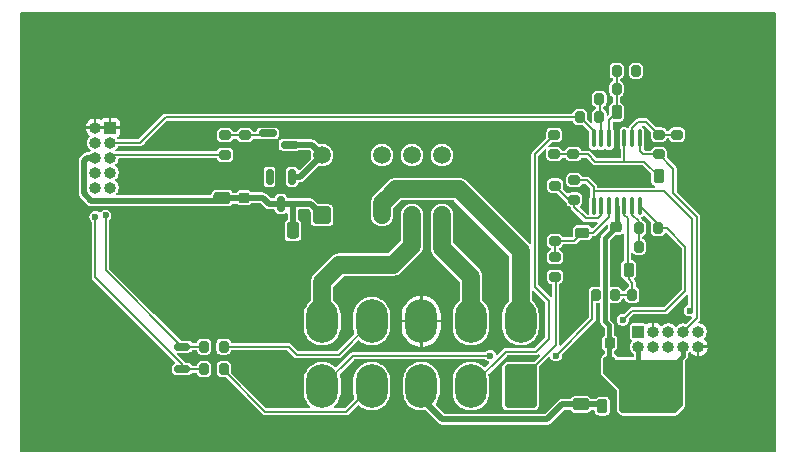
<source format=gbr>
%TF.GenerationSoftware,KiCad,Pcbnew,9.0.3*%
%TF.CreationDate,2025-07-22T11:40:28+03:00*%
%TF.ProjectId,mini_board_relay_analog,6d696e69-5f62-46f6-9172-645f72656c61,rev?*%
%TF.SameCoordinates,Original*%
%TF.FileFunction,Copper,L1,Top*%
%TF.FilePolarity,Positive*%
%FSLAX46Y46*%
G04 Gerber Fmt 4.6, Leading zero omitted, Abs format (unit mm)*
G04 Created by KiCad (PCBNEW 9.0.3) date 2025-07-22 11:40:28*
%MOMM*%
%LPD*%
G01*
G04 APERTURE LIST*
G04 Aperture macros list*
%AMRoundRect*
0 Rectangle with rounded corners*
0 $1 Rounding radius*
0 $2 $3 $4 $5 $6 $7 $8 $9 X,Y pos of 4 corners*
0 Add a 4 corners polygon primitive as box body*
4,1,4,$2,$3,$4,$5,$6,$7,$8,$9,$2,$3,0*
0 Add four circle primitives for the rounded corners*
1,1,$1+$1,$2,$3*
1,1,$1+$1,$4,$5*
1,1,$1+$1,$6,$7*
1,1,$1+$1,$8,$9*
0 Add four rect primitives between the rounded corners*
20,1,$1+$1,$2,$3,$4,$5,0*
20,1,$1+$1,$4,$5,$6,$7,0*
20,1,$1+$1,$6,$7,$8,$9,0*
20,1,$1+$1,$8,$9,$2,$3,0*%
G04 Aperture macros list end*
%TA.AperFunction,SMDPad,CuDef*%
%ADD10RoundRect,0.250000X0.250000X0.475000X-0.250000X0.475000X-0.250000X-0.475000X0.250000X-0.475000X0*%
%TD*%
%TA.AperFunction,SMDPad,CuDef*%
%ADD11RoundRect,0.250000X0.475000X-0.250000X0.475000X0.250000X-0.475000X0.250000X-0.475000X-0.250000X0*%
%TD*%
%TA.AperFunction,SMDPad,CuDef*%
%ADD12RoundRect,0.200000X0.275000X-0.200000X0.275000X0.200000X-0.275000X0.200000X-0.275000X-0.200000X0*%
%TD*%
%TA.AperFunction,SMDPad,CuDef*%
%ADD13RoundRect,0.225000X-0.225000X-0.375000X0.225000X-0.375000X0.225000X0.375000X-0.225000X0.375000X0*%
%TD*%
%TA.AperFunction,SMDPad,CuDef*%
%ADD14RoundRect,0.150000X-0.150000X0.512500X-0.150000X-0.512500X0.150000X-0.512500X0.150000X0.512500X0*%
%TD*%
%TA.AperFunction,SMDPad,CuDef*%
%ADD15RoundRect,0.100000X0.100000X-0.637500X0.100000X0.637500X-0.100000X0.637500X-0.100000X-0.637500X0*%
%TD*%
%TA.AperFunction,SMDPad,CuDef*%
%ADD16RoundRect,0.218750X0.218750X0.381250X-0.218750X0.381250X-0.218750X-0.381250X0.218750X-0.381250X0*%
%TD*%
%TA.AperFunction,SMDPad,CuDef*%
%ADD17RoundRect,0.200000X-0.275000X0.200000X-0.275000X-0.200000X0.275000X-0.200000X0.275000X0.200000X0*%
%TD*%
%TA.AperFunction,SMDPad,CuDef*%
%ADD18RoundRect,0.200000X0.200000X0.275000X-0.200000X0.275000X-0.200000X-0.275000X0.200000X-0.275000X0*%
%TD*%
%TA.AperFunction,SMDPad,CuDef*%
%ADD19RoundRect,0.225000X-0.375000X0.225000X-0.375000X-0.225000X0.375000X-0.225000X0.375000X0.225000X0*%
%TD*%
%TA.AperFunction,SMDPad,CuDef*%
%ADD20RoundRect,0.200000X-0.200000X-0.275000X0.200000X-0.275000X0.200000X0.275000X-0.200000X0.275000X0*%
%TD*%
%TA.AperFunction,SMDPad,CuDef*%
%ADD21RoundRect,0.250000X-0.475000X0.250000X-0.475000X-0.250000X0.475000X-0.250000X0.475000X0.250000X0*%
%TD*%
%TA.AperFunction,SMDPad,CuDef*%
%ADD22RoundRect,0.150000X-0.587500X-0.150000X0.587500X-0.150000X0.587500X0.150000X-0.587500X0.150000X0*%
%TD*%
%TA.AperFunction,SMDPad,CuDef*%
%ADD23RoundRect,0.225000X0.250000X-0.225000X0.250000X0.225000X-0.250000X0.225000X-0.250000X-0.225000X0*%
%TD*%
%TA.AperFunction,SMDPad,CuDef*%
%ADD24RoundRect,0.225000X-0.250000X0.225000X-0.250000X-0.225000X0.250000X-0.225000X0.250000X0.225000X0*%
%TD*%
%TA.AperFunction,ComponentPad*%
%ADD25R,1.000000X1.000000*%
%TD*%
%TA.AperFunction,ComponentPad*%
%ADD26O,1.000000X1.000000*%
%TD*%
%TA.AperFunction,ComponentPad*%
%ADD27RoundRect,0.250500X0.499500X-0.499500X0.499500X0.499500X-0.499500X0.499500X-0.499500X-0.499500X0*%
%TD*%
%TA.AperFunction,ComponentPad*%
%ADD28C,1.500000*%
%TD*%
%TA.AperFunction,ComponentPad*%
%ADD29RoundRect,0.250001X1.099999X1.599999X-1.099999X1.599999X-1.099999X-1.599999X1.099999X-1.599999X0*%
%TD*%
%TA.AperFunction,ComponentPad*%
%ADD30O,2.700000X3.700000*%
%TD*%
%TA.AperFunction,SMDPad,CuDef*%
%ADD31RoundRect,0.150000X0.512500X0.150000X-0.512500X0.150000X-0.512500X-0.150000X0.512500X-0.150000X0*%
%TD*%
%TA.AperFunction,SMDPad,CuDef*%
%ADD32RoundRect,0.225000X0.225000X0.250000X-0.225000X0.250000X-0.225000X-0.250000X0.225000X-0.250000X0*%
%TD*%
%TA.AperFunction,ViaPad*%
%ADD33C,0.600000*%
%TD*%
%TA.AperFunction,Conductor*%
%ADD34C,1.500000*%
%TD*%
%TA.AperFunction,Conductor*%
%ADD35C,0.500000*%
%TD*%
%TA.AperFunction,Conductor*%
%ADD36C,0.200000*%
%TD*%
%TA.AperFunction,Conductor*%
%ADD37C,0.400000*%
%TD*%
%TA.AperFunction,Conductor*%
%ADD38C,1.800000*%
%TD*%
G04 APERTURE END LIST*
D10*
%TO.P,C1,1*%
%TO.N,+3.3V*%
X144940000Y-115980000D03*
%TO.P,C1,2*%
%TO.N,GND*%
X143040000Y-115980000D03*
%TD*%
D11*
%TO.P,C3,1*%
%TO.N,VSYS*%
X112170000Y-101880000D03*
%TO.P,C3,2*%
%TO.N,GND*%
X112170000Y-99980000D03*
%TD*%
D12*
%TO.P,R12,1*%
%TO.N,/AD2{slash}PA19*%
X149120000Y-98145000D03*
%TO.P,R12,2*%
%TO.N,Net-(U1C--)*%
X149120000Y-96495000D03*
%TD*%
D13*
%TO.P,D4,1,K*%
%TO.N,Net-(D4-K)*%
X149130000Y-100040000D03*
%TO.P,D4,2,A*%
%TO.N,GND*%
X152430000Y-100040000D03*
%TD*%
D14*
%TO.P,D2,1,A*%
%TO.N,Net-(D2-A)*%
X118080000Y-100080000D03*
%TO.P,D2,2*%
%TO.N,N/C*%
X116180000Y-100080000D03*
%TO.P,D2,3,K*%
%TO.N,VSYS*%
X117130000Y-102355000D03*
%TD*%
D12*
%TO.P,R1,1*%
%TO.N,/ANALOG1*%
X140330000Y-108520000D03*
%TO.P,R1,2*%
%TO.N,Net-(D3-K)*%
X140330000Y-106870000D03*
%TD*%
D15*
%TO.P,U1,1*%
%TO.N,/AD1{slash}PA18*%
X143620000Y-102550000D03*
%TO.P,U1,2,-*%
%TO.N,Net-(U1A--)*%
X144270000Y-102550000D03*
%TO.P,U1,3,+*%
%TO.N,Net-(D3-K)*%
X144920000Y-102550000D03*
%TO.P,U1,4,V+*%
%TO.N,+3.3V*%
X145570000Y-102550000D03*
%TO.P,U1,5,+*%
%TO.N,Net-(D5-K)*%
X146220000Y-102550000D03*
%TO.P,U1,6,-*%
%TO.N,Net-(U1B--)*%
X146870000Y-102550000D03*
%TO.P,U1,7*%
%TO.N,/AD3{slash}PA20*%
X147520000Y-102550000D03*
%TO.P,U1,8*%
%TO.N,/AD2{slash}PA19*%
X147520000Y-96825000D03*
%TO.P,U1,9,-*%
%TO.N,Net-(U1C--)*%
X146870000Y-96825000D03*
%TO.P,U1,10,+*%
%TO.N,Net-(D4-K)*%
X146220000Y-96825000D03*
%TO.P,U1,11,V-*%
%TO.N,GND*%
X145570000Y-96825000D03*
%TO.P,U1,12,+*%
%TO.N,Net-(D6-K)*%
X144920000Y-96825000D03*
%TO.P,U1,13,-*%
%TO.N,Net-(U1D--)*%
X144270000Y-96825000D03*
%TO.P,U1,14*%
%TO.N,/AD0{slash}PA17*%
X143620000Y-96825000D03*
%TD*%
D16*
%TO.P,L1,1*%
%TO.N,+3.3V*%
X146462500Y-119480000D03*
%TO.P,L1,2*%
%TO.N,+3.3V_OUT*%
X144337500Y-119480000D03*
%TD*%
D17*
%TO.P,R4,1*%
%TO.N,/ANALOG2*%
X140290000Y-96505000D03*
%TO.P,R4,2*%
%TO.N,Net-(D4-K)*%
X140290000Y-98155000D03*
%TD*%
D12*
%TO.P,R19,1*%
%TO.N,GND*%
X114090000Y-98195000D03*
%TO.P,R19,2*%
%TO.N,Net-(Q1-B)*%
X114090000Y-96545000D03*
%TD*%
D18*
%TO.P,R20,1*%
%TO.N,Net-(U1D--)*%
X144105000Y-93470000D03*
%TO.P,R20,2*%
%TO.N,GND*%
X142455000Y-93470000D03*
%TD*%
D19*
%TO.P,D3,1,K*%
%TO.N,Net-(D3-K)*%
X142670000Y-104810000D03*
%TO.P,D3,2,A*%
%TO.N,GND*%
X142670000Y-108110000D03*
%TD*%
D12*
%TO.P,R2,1*%
%TO.N,Net-(D3-K)*%
X140330000Y-105490000D03*
%TO.P,R2,2*%
%TO.N,GND*%
X140330000Y-103840000D03*
%TD*%
D20*
%TO.P,R6,1*%
%TO.N,Net-(D6-K)*%
X145555000Y-92620000D03*
%TO.P,R6,2*%
%TO.N,GND*%
X147205000Y-92620000D03*
%TD*%
D17*
%TO.P,R11,1*%
%TO.N,Net-(U1A--)*%
X140330000Y-100810000D03*
%TO.P,R11,2*%
%TO.N,GND*%
X140330000Y-102460000D03*
%TD*%
D20*
%TO.P,R17,1*%
%TO.N,/PB3{slash}UTXD1*%
X110635000Y-114440000D03*
%TO.P,R17,2*%
%TO.N,/TX*%
X112285000Y-114440000D03*
%TD*%
D21*
%TO.P,C6,1*%
%TO.N,+3.3V_OUT*%
X142530000Y-119340000D03*
%TO.P,C6,2*%
%TO.N,GND*%
X142530000Y-121240000D03*
%TD*%
D22*
%TO.P,Q1,1,B*%
%TO.N,Net-(Q1-B)*%
X116020000Y-96400000D03*
%TO.P,Q1,2,E*%
%TO.N,GND*%
X116020000Y-98300000D03*
%TO.P,Q1,3,C*%
%TO.N,Net-(D2-A)*%
X117895000Y-97350000D03*
%TD*%
D12*
%TO.P,R5,1*%
%TO.N,Net-(D4-K)*%
X141910000Y-98155000D03*
%TO.P,R5,2*%
%TO.N,GND*%
X141910000Y-96505000D03*
%TD*%
D17*
%TO.P,R18,1*%
%TO.N,Net-(Q1-B)*%
X112410000Y-96545000D03*
%TO.P,R18,2*%
%TO.N,/PA16*%
X112410000Y-98195000D03*
%TD*%
D20*
%TO.P,R15,1*%
%TO.N,Net-(U1B--)*%
X147435000Y-105980000D03*
%TO.P,R15,2*%
%TO.N,GND*%
X149085000Y-105980000D03*
%TD*%
D17*
%TO.P,R13,1*%
%TO.N,Net-(U1C--)*%
X150680000Y-96495000D03*
%TO.P,R13,2*%
%TO.N,GND*%
X150680000Y-98145000D03*
%TD*%
D20*
%TO.P,R9,1*%
%TO.N,/AD0{slash}PA17*%
X142455000Y-95010000D03*
%TO.P,R9,2*%
%TO.N,Net-(U1D--)*%
X144105000Y-95010000D03*
%TD*%
D23*
%TO.P,C4,1*%
%TO.N,VSYS*%
X114020000Y-101845000D03*
%TO.P,C4,2*%
%TO.N,GND*%
X114020000Y-100295000D03*
%TD*%
D10*
%TO.P,C8,1*%
%TO.N,VSYS*%
X118150000Y-104610000D03*
%TO.P,C8,2*%
%TO.N,GND*%
X116250000Y-104610000D03*
%TD*%
D24*
%TO.P,C7,1*%
%TO.N,+3.3V*%
X145530000Y-104337500D03*
%TO.P,C7,2*%
%TO.N,GND*%
X145530000Y-105887500D03*
%TD*%
D20*
%TO.P,R8,1*%
%TO.N,Net-(D5-K)*%
X146895000Y-110070000D03*
%TO.P,R8,2*%
%TO.N,GND*%
X148545000Y-110070000D03*
%TD*%
D21*
%TO.P,C5,1*%
%TO.N,+3.3V*%
X148270000Y-119390000D03*
%TO.P,C5,2*%
%TO.N,GND*%
X148270000Y-121290000D03*
%TD*%
D20*
%TO.P,R16,1*%
%TO.N,/PB2{slash}URXD1*%
X110645000Y-116340000D03*
%TO.P,R16,2*%
%TO.N,/RX*%
X112295000Y-116340000D03*
%TD*%
D25*
%TO.P,J2,1,Pin_1*%
%TO.N,GND*%
X102694000Y-95908000D03*
D26*
%TO.P,J2,2,Pin_2*%
X101424000Y-95908000D03*
%TO.P,J2,3,Pin_3*%
%TO.N,/AD0{slash}PA17*%
X102694000Y-97178000D03*
%TO.P,J2,4,Pin_4*%
%TO.N,EXT_PWR*%
X101424000Y-97178000D03*
%TO.P,J2,5,Pin_5*%
%TO.N,/PA16*%
X102694000Y-98448000D03*
%TO.P,J2,6,Pin_6*%
%TO.N,VSYS*%
X101424000Y-98448000D03*
%TO.P,J2,7,Pin_7*%
%TO.N,/PA15*%
X102694000Y-99718000D03*
%TO.P,J2,8,Pin_8*%
%TO.N,GND*%
X101424000Y-99718000D03*
%TO.P,J2,9,Pin_9*%
%TO.N,/PB3{slash}UTXD1*%
X102694000Y-100988000D03*
%TO.P,J2,10,Pin_10*%
%TO.N,/PB2{slash}URXD1*%
X101424000Y-100988000D03*
%TD*%
D17*
%TO.P,R10,1*%
%TO.N,/AD1{slash}PA18*%
X141980000Y-100345000D03*
%TO.P,R10,2*%
%TO.N,Net-(U1A--)*%
X141980000Y-101995000D03*
%TD*%
D18*
%TO.P,R14,1*%
%TO.N,/AD3{slash}PA20*%
X149075000Y-104430000D03*
%TO.P,R14,2*%
%TO.N,Net-(U1B--)*%
X147425000Y-104430000D03*
%TD*%
D27*
%TO.P,U2,1*%
%TO.N,VSYS*%
X120620000Y-103320000D03*
D28*
%TO.P,U2,3*%
%TO.N,/NC2*%
X125700000Y-103320000D03*
%TO.P,U2,4*%
%TO.N,/COM2*%
X128240000Y-103320000D03*
%TO.P,U2,5*%
%TO.N,/NO2*%
X130780000Y-103320000D03*
%TO.P,U2,8*%
%TO.N,/NO1*%
X130780000Y-98240000D03*
%TO.P,U2,9*%
%TO.N,/COM1*%
X128240000Y-98240000D03*
%TO.P,U2,10*%
%TO.N,/NC1*%
X125700000Y-98240000D03*
%TO.P,U2,12*%
%TO.N,Net-(D2-A)*%
X120620000Y-98240000D03*
%TD*%
D18*
%TO.P,R3,1*%
%TO.N,/ANALOG4*%
X147215000Y-91080000D03*
%TO.P,R3,2*%
%TO.N,Net-(D6-K)*%
X145565000Y-91080000D03*
%TD*%
D29*
%TO.P,J3,1,Pin_1*%
%TO.N,/ANALOG1*%
X137435000Y-117800000D03*
D30*
%TO.P,J3,2,Pin_2*%
%TO.N,/ANALOG2*%
X133235000Y-117800000D03*
%TO.P,J3,3,Pin_3*%
%TO.N,+3.3V_OUT*%
X129035000Y-117800000D03*
%TO.P,J3,4,Pin_4*%
%TO.N,/RX*%
X124835000Y-117800000D03*
%TO.P,J3,5,Pin_5*%
%TO.N,/ANALOG3*%
X120635000Y-117800000D03*
%TO.P,J3,6,Pin_6*%
%TO.N,/NC2*%
X137435000Y-112300000D03*
%TO.P,J3,7,Pin_7*%
%TO.N,/NO2*%
X133235000Y-112300000D03*
%TO.P,J3,8,Pin_8*%
%TO.N,GND*%
X129035000Y-112300000D03*
%TO.P,J3,9,Pin_9*%
%TO.N,/TX*%
X124835000Y-112300000D03*
%TO.P,J3,10,Pin_10*%
%TO.N,/COM2*%
X120635000Y-112300000D03*
%TD*%
D25*
%TO.P,J1,1,Pin_1*%
%TO.N,/ERASE*%
X147399000Y-113180000D03*
D26*
%TO.P,J1,2,Pin_2*%
%TO.N,+3.3V*%
X147399000Y-114450000D03*
%TO.P,J1,3,Pin_3*%
%TO.N,GND*%
X148669000Y-113180000D03*
%TO.P,J1,4,Pin_4*%
%TO.N,unconnected-(J1-Pin_4-Pad4)*%
X148669000Y-114450000D03*
%TO.P,J1,5,Pin_5*%
%TO.N,unconnected-(J1-Pin_5-Pad5)*%
X149939000Y-113180000D03*
%TO.P,J1,6,Pin_6*%
%TO.N,/AD3{slash}PA20*%
X149939000Y-114450000D03*
%TO.P,J1,7,Pin_7*%
%TO.N,/AD2{slash}PA19*%
X151209000Y-113180000D03*
%TO.P,J1,8,Pin_8*%
%TO.N,+3.3V*%
X151209000Y-114450000D03*
%TO.P,J1,9,Pin_9*%
%TO.N,/AD1{slash}PA18*%
X152479000Y-113180000D03*
%TO.P,J1,10,Pin_10*%
%TO.N,GND*%
X152479000Y-114450000D03*
%TD*%
D31*
%TO.P,D1,1,K*%
%TO.N,/PB2{slash}URXD1*%
X108775000Y-116350000D03*
%TO.P,D1,2,K*%
%TO.N,/PB3{slash}UTXD1*%
X108775000Y-114450000D03*
%TO.P,D1,3,A*%
%TO.N,GND*%
X106500000Y-115400000D03*
%TD*%
D32*
%TO.P,C2,1*%
%TO.N,+3.3V*%
X144985000Y-114160000D03*
%TO.P,C2,2*%
%TO.N,GND*%
X143435000Y-114160000D03*
%TD*%
D20*
%TO.P,R7,1*%
%TO.N,/ANALOG3*%
X143785000Y-110050000D03*
%TO.P,R7,2*%
%TO.N,Net-(D5-K)*%
X145435000Y-110050000D03*
%TD*%
D13*
%TO.P,D5,1,K*%
%TO.N,Net-(D5-K)*%
X146580000Y-107940000D03*
%TO.P,D5,2,A*%
%TO.N,GND*%
X149880000Y-107940000D03*
%TD*%
%TO.P,D6,1,K*%
%TO.N,Net-(D6-K)*%
X145570000Y-94600000D03*
%TO.P,D6,2,A*%
%TO.N,GND*%
X148870000Y-94600000D03*
%TD*%
D33*
%TO.N,/NC2*%
X137435000Y-108860000D03*
X137435000Y-106520000D03*
X133630000Y-102560000D03*
X131130000Y-101120000D03*
X128250000Y-101120000D03*
X126250000Y-101760000D03*
X135655000Y-104585000D03*
%TO.N,/NO2*%
X133235000Y-109640000D03*
X132045000Y-107355000D03*
X130780000Y-105180000D03*
%TO.N,/COM2*%
X120635000Y-110140000D03*
X121400000Y-108200000D03*
X125360000Y-107560000D03*
X127505000Y-106645000D03*
X128240000Y-104480000D03*
%TO.N,GND*%
X134874000Y-87122000D03*
X129000000Y-94250000D03*
X146750000Y-100000000D03*
X127500000Y-95750000D03*
X115360000Y-104580000D03*
X112750000Y-106750000D03*
X133096000Y-122682000D03*
X153416000Y-122682000D03*
X152000000Y-119500000D03*
X139954000Y-87122000D03*
X112776000Y-122682000D03*
X106940000Y-90500000D03*
X147960000Y-92620000D03*
X157988000Y-89408000D03*
X155956000Y-122682000D03*
X117856000Y-122682000D03*
X119640000Y-90500000D03*
X149690000Y-94620000D03*
X105750000Y-110000000D03*
X150500000Y-91500000D03*
X145570000Y-97930000D03*
X101860000Y-90500000D03*
X114554000Y-87122000D03*
X144750000Y-118250000D03*
X112020000Y-90500000D03*
X125500000Y-95750000D03*
X149830000Y-105950000D03*
X96266000Y-119380000D03*
X119634000Y-87122000D03*
X124720000Y-90500000D03*
X153500000Y-106500000D03*
X145796000Y-122682000D03*
X96266000Y-116840000D03*
X98500000Y-115420000D03*
X110000000Y-99000000D03*
X122936000Y-122682000D03*
X142580000Y-114170000D03*
X142140000Y-115990000D03*
X139960000Y-90500000D03*
X152000000Y-116500000D03*
X109250000Y-94250000D03*
X96266000Y-109220000D03*
X101750000Y-120750000D03*
X114000000Y-116750000D03*
X116500000Y-94250000D03*
X110236000Y-122682000D03*
X125476000Y-122682000D03*
X157988000Y-112268000D03*
X103250000Y-106500000D03*
X157988000Y-109728000D03*
X115316000Y-122682000D03*
X137420000Y-90500000D03*
X96266000Y-101600000D03*
X132250000Y-94250000D03*
X114560000Y-90500000D03*
X134000000Y-95750000D03*
X96266000Y-88900000D03*
X143256000Y-122682000D03*
X117750000Y-95750000D03*
X153500000Y-109000000D03*
X122500000Y-94250000D03*
X109250000Y-113000000D03*
X138500000Y-94250000D03*
X132334000Y-87122000D03*
X129800000Y-90500000D03*
X138750000Y-95750000D03*
X157988000Y-104648000D03*
X101500000Y-115920000D03*
X116500000Y-115500000D03*
X135636000Y-122682000D03*
X140250000Y-117750000D03*
X116500000Y-119000000D03*
X101500000Y-110840000D03*
X132340000Y-90500000D03*
X142450000Y-122110000D03*
X153260000Y-99990000D03*
X107750000Y-95750000D03*
X150790000Y-107940000D03*
X116030000Y-97690000D03*
X110000000Y-101000000D03*
X100330000Y-122682000D03*
X101500000Y-118460000D03*
X114500000Y-113000000D03*
X157988000Y-122428000D03*
X130556000Y-122682000D03*
X142494000Y-87122000D03*
X131500000Y-95750000D03*
X125000000Y-94250000D03*
X129794000Y-87122000D03*
X99314000Y-87122000D03*
X117100000Y-90500000D03*
X96266000Y-121920000D03*
X111500000Y-113000000D03*
X96266000Y-96520000D03*
X112190000Y-99170000D03*
X96266000Y-114300000D03*
X133620000Y-100110000D03*
X129500000Y-95750000D03*
X127254000Y-87122000D03*
X157988000Y-97028000D03*
X97790000Y-122682000D03*
X110750000Y-95750000D03*
X114030000Y-99500000D03*
X122750000Y-99750000D03*
X120500000Y-95750000D03*
X157734000Y-87122000D03*
X147200000Y-121300000D03*
X144250000Y-100000000D03*
X120396000Y-122682000D03*
X114000000Y-115500000D03*
X109474000Y-87122000D03*
X157988000Y-94488000D03*
X153250000Y-103250000D03*
X145500000Y-100000000D03*
X155000000Y-91750000D03*
X107500000Y-111500000D03*
X96266000Y-93980000D03*
X110500000Y-97500000D03*
X157988000Y-119888000D03*
X148336000Y-122682000D03*
X109500000Y-107000000D03*
X119750000Y-94250000D03*
X139440000Y-102460000D03*
X138176000Y-122682000D03*
X135250000Y-94250000D03*
X157988000Y-99568000D03*
X142500000Y-90500000D03*
X136250000Y-95750000D03*
X142750000Y-97250000D03*
X116750000Y-113250000D03*
X102870000Y-122682000D03*
X140716000Y-122682000D03*
X103250000Y-105000000D03*
X101854000Y-87122000D03*
X157988000Y-91948000D03*
X104400000Y-90500000D03*
X96266000Y-104140000D03*
X127260000Y-90500000D03*
X107500000Y-101250000D03*
X150876000Y-122682000D03*
X96266000Y-111760000D03*
X96266000Y-106680000D03*
X145580000Y-106730000D03*
X106250000Y-97500000D03*
X98500000Y-110340000D03*
X96266000Y-91440000D03*
X157988000Y-114808000D03*
X141590000Y-95760000D03*
X141700000Y-93460000D03*
X123250000Y-95750000D03*
X149350000Y-110110000D03*
X99320000Y-90500000D03*
X139440000Y-103840000D03*
X96266000Y-99060000D03*
X107500000Y-99000000D03*
X105480000Y-115360000D03*
X104500000Y-99000000D03*
X104500000Y-101250000D03*
X112014000Y-87122000D03*
X106000000Y-95000000D03*
X151580000Y-98190000D03*
X128016000Y-122682000D03*
X114750000Y-94250000D03*
X117094000Y-87122000D03*
X98500000Y-120500000D03*
X157988000Y-117348000D03*
X153000000Y-91750000D03*
X104000000Y-108250000D03*
X107950000Y-122682000D03*
X127000000Y-116000000D03*
X109480000Y-90500000D03*
X106934000Y-87122000D03*
X134880000Y-90500000D03*
X104394000Y-87122000D03*
X98500000Y-112880000D03*
X96774000Y-87122000D03*
X105410000Y-122682000D03*
X127000000Y-120250000D03*
X157988000Y-102108000D03*
X122174000Y-87122000D03*
X124714000Y-87122000D03*
X137414000Y-87122000D03*
X145570000Y-95720000D03*
X98500000Y-117960000D03*
X157988000Y-107188000D03*
X101500000Y-113380000D03*
X113000000Y-110000000D03*
X146500000Y-95250000D03*
X142910000Y-108880000D03*
X122180000Y-90500000D03*
%TO.N,/PB3{slash}UTXD1*%
X102290000Y-103340000D03*
%TO.N,/PB2{slash}URXD1*%
X101430000Y-103470000D03*
%TO.N,/AD3{slash}PA20*%
X146090000Y-112190000D03*
%TO.N,/AD1{slash}PA18*%
X151740000Y-111390000D03*
%TO.N,/ANALOG3*%
X140430000Y-115200000D03*
X134860000Y-115200000D03*
%TD*%
D34*
%TO.N,/NC2*%
X137435000Y-108860000D02*
X137435000Y-112300000D01*
X133630000Y-102560000D02*
X135655000Y-104585000D01*
X131130000Y-101120000D02*
X132190000Y-101120000D01*
X128250000Y-101120000D02*
X131130000Y-101120000D01*
X126250000Y-101760000D02*
X126890000Y-101120000D01*
X135655000Y-104585000D02*
X137440000Y-106370000D01*
X137435000Y-108565000D02*
X137435000Y-108860000D01*
X137440000Y-108560000D02*
X137435000Y-108565000D01*
X137440000Y-106370000D02*
X137440000Y-108560000D01*
X132190000Y-101120000D02*
X133630000Y-102560000D01*
X126890000Y-101120000D02*
X128250000Y-101120000D01*
X125700000Y-102310000D02*
X126250000Y-101760000D01*
X125700000Y-103320000D02*
X125700000Y-102310000D01*
%TO.N,/NO2*%
X133235000Y-109640000D02*
X133235000Y-112300000D01*
X133220000Y-108520000D02*
X133220000Y-108620000D01*
X133220000Y-109625000D02*
X133235000Y-109640000D01*
X130970000Y-106270000D02*
X133220000Y-108520000D01*
X130780000Y-106080000D02*
X130970000Y-106270000D01*
X130780000Y-103320000D02*
X130780000Y-106080000D01*
X133220000Y-108620000D02*
X133220000Y-109625000D01*
%TO.N,/COM2*%
X128240000Y-105910000D02*
X128240000Y-103320000D01*
X122100000Y-107500000D02*
X126650000Y-107500000D01*
X122040000Y-107560000D02*
X122100000Y-107500000D01*
X126650000Y-107500000D02*
X128240000Y-105910000D01*
X121400000Y-108200000D02*
X122040000Y-107560000D01*
X120635000Y-108965000D02*
X122040000Y-107560000D01*
X120635000Y-112300000D02*
X120635000Y-108965000D01*
D35*
%TO.N,GND*%
X116250000Y-104610000D02*
X115390000Y-104610000D01*
D36*
X149670000Y-94600000D02*
X148870000Y-94600000D01*
X139400000Y-102460000D02*
X140330000Y-102460000D01*
X150790000Y-107940000D02*
X149880000Y-107940000D01*
X142261320Y-93256320D02*
X142475000Y-93470000D01*
X149690000Y-94620000D02*
X149670000Y-94600000D01*
D35*
X112190000Y-99170000D02*
X112190000Y-99960000D01*
D36*
X153260000Y-99990000D02*
X152480000Y-99990000D01*
X142445000Y-93460000D02*
X142455000Y-93470000D01*
D37*
X115390000Y-104610000D02*
X115360000Y-104580000D01*
D36*
X151580000Y-98190000D02*
X150725000Y-98190000D01*
D37*
X145580000Y-106083750D02*
X145580000Y-106730000D01*
D36*
X149830000Y-105950000D02*
X149275000Y-105950000D01*
X141700000Y-93460000D02*
X142445000Y-93460000D01*
X139440000Y-103840000D02*
X140330000Y-103840000D01*
X150725000Y-98190000D02*
X150680000Y-98145000D01*
X148870000Y-94410000D02*
X148870000Y-94600000D01*
D35*
X116030000Y-98290000D02*
X116020000Y-98300000D01*
D36*
X106460000Y-115360000D02*
X106500000Y-115400000D01*
X152480000Y-99990000D02*
X152430000Y-100040000D01*
D35*
X112190000Y-99960000D02*
X112170000Y-99980000D01*
D37*
X145570000Y-97930000D02*
X145570000Y-96825000D01*
D35*
X114030000Y-100285000D02*
X114020000Y-100295000D01*
X114030000Y-99500000D02*
X114030000Y-100285000D01*
D36*
X149275000Y-105950000D02*
X149265000Y-105960000D01*
D35*
X116030000Y-97690000D02*
X116030000Y-98290000D01*
D36*
X141590000Y-95760000D02*
X141590000Y-96185000D01*
X147960000Y-92620000D02*
X147205000Y-92620000D01*
X141590000Y-96185000D02*
X141910000Y-96505000D01*
X105480000Y-115360000D02*
X106460000Y-115360000D01*
D37*
X145570000Y-95720000D02*
X145570000Y-96825000D01*
D35*
%TO.N,VSYS*%
X114020000Y-101845000D02*
X115595000Y-101845000D01*
X100474000Y-98690894D02*
X100474000Y-101464000D01*
X115595000Y-101845000D02*
X116105000Y-102355000D01*
X117130000Y-102355000D02*
X118130000Y-102355000D01*
X112170000Y-101880000D02*
X113985000Y-101880000D01*
X113985000Y-101880000D02*
X114020000Y-101845000D01*
X119655000Y-102355000D02*
X120620000Y-103320000D01*
X118150000Y-104610000D02*
X118150000Y-102375000D01*
X100716894Y-98448000D02*
X100474000Y-98690894D01*
X118150000Y-102375000D02*
X118130000Y-102355000D01*
X116105000Y-102355000D02*
X117130000Y-102355000D01*
X111960000Y-102090000D02*
X112300000Y-101750000D01*
X100474000Y-101464000D02*
X101100000Y-102090000D01*
X120230000Y-103710000D02*
X120620000Y-103320000D01*
X101424000Y-98448000D02*
X100716894Y-98448000D01*
X101100000Y-102090000D02*
X111960000Y-102090000D01*
X118130000Y-102355000D02*
X119655000Y-102355000D01*
D37*
%TO.N,+3.3V*%
X144585000Y-112300000D02*
X144585000Y-105282500D01*
X144585000Y-105282500D02*
X145530000Y-104337500D01*
X150440000Y-115980000D02*
X151209000Y-115211000D01*
X148270000Y-119390000D02*
X147390000Y-118510000D01*
X146462500Y-119480000D02*
X148180000Y-119480000D01*
X151115000Y-114544000D02*
X151209000Y-114450000D01*
X151209000Y-114450000D02*
X151209000Y-115211000D01*
X147390000Y-118510000D02*
X147390000Y-115980000D01*
X144940000Y-112655000D02*
X144585000Y-112300000D01*
X145570000Y-104337500D02*
X145570000Y-102590000D01*
X144940000Y-115980000D02*
X147390000Y-115980000D01*
X151209000Y-115211000D02*
X150610000Y-115810000D01*
X147390000Y-115980000D02*
X150440000Y-115980000D01*
X147399000Y-114450000D02*
X147399000Y-115971000D01*
X144940000Y-115980000D02*
X144940000Y-112655000D01*
D36*
X145377500Y-104490000D02*
X145530000Y-104337500D01*
D37*
X148180000Y-119480000D02*
X148270000Y-119390000D01*
X147399000Y-115971000D02*
X147390000Y-115980000D01*
X144685000Y-105182500D02*
X145530000Y-104337500D01*
D35*
%TO.N,+3.3V_OUT*%
X129035000Y-118835000D02*
X129035000Y-117800000D01*
X142530000Y-119340000D02*
X140920000Y-119340000D01*
D37*
X144197500Y-119340000D02*
X144337500Y-119480000D01*
D35*
X130800000Y-120600000D02*
X129035000Y-118835000D01*
X140920000Y-119340000D02*
X139660000Y-120600000D01*
X142530000Y-119340000D02*
X144197500Y-119340000D01*
X139660000Y-120600000D02*
X130800000Y-120600000D01*
D36*
%TO.N,/PB3{slash}UTXD1*%
X108775000Y-114450000D02*
X110625000Y-114450000D01*
X102290000Y-107965000D02*
X108775000Y-114450000D01*
X108825000Y-114500000D02*
X108775000Y-114450000D01*
X110625000Y-114450000D02*
X110635000Y-114440000D01*
X102290000Y-103340000D02*
X102290000Y-107965000D01*
%TO.N,/PB2{slash}URXD1*%
X108775000Y-116350000D02*
X110635000Y-116350000D01*
X110635000Y-116350000D02*
X110645000Y-116340000D01*
X108775000Y-116350000D02*
X108775000Y-115925000D01*
X101430000Y-108580000D02*
X101430000Y-103470000D01*
X108775000Y-115925000D02*
X101430000Y-108580000D01*
D35*
%TO.N,Net-(D2-A)*%
X118780000Y-100080000D02*
X120620000Y-98240000D01*
X118080000Y-100080000D02*
X118780000Y-100080000D01*
X117895000Y-97350000D02*
X119730000Y-97350000D01*
X119730000Y-97350000D02*
X120620000Y-98240000D01*
D36*
%TO.N,Net-(D3-K)*%
X141990000Y-105490000D02*
X142670000Y-104810000D01*
X144920000Y-102550000D02*
X144920000Y-103490000D01*
X144920000Y-103287499D02*
X144920000Y-102550000D01*
X142707500Y-104475000D02*
X142730000Y-104452500D01*
X143600000Y-104810000D02*
X142670000Y-104810000D01*
X140330000Y-106870000D02*
X140330000Y-105490000D01*
X140330000Y-105490000D02*
X141990000Y-105490000D01*
X144920000Y-103490000D02*
X143600000Y-104810000D01*
%TO.N,Net-(D4-K)*%
X146220000Y-96825000D02*
X146220000Y-97480956D01*
X147519044Y-98780000D02*
X146220000Y-98780000D01*
X146220000Y-96825000D02*
X146220000Y-98780000D01*
X143740000Y-98780000D02*
X146220000Y-98780000D01*
X143115000Y-98155000D02*
X143740000Y-98780000D01*
X141910000Y-98155000D02*
X143115000Y-98155000D01*
X147519044Y-98780000D02*
X147870000Y-98780000D01*
X147870000Y-98780000D02*
X149130000Y-100040000D01*
X140290000Y-98155000D02*
X141910000Y-98155000D01*
%TO.N,Net-(D5-K)*%
X146570000Y-107950000D02*
X146580000Y-107940000D01*
X146720000Y-107980000D02*
X146490000Y-107750000D01*
X146895000Y-110070000D02*
X146895000Y-109065000D01*
X145455000Y-110070000D02*
X145435000Y-110050000D01*
X146895000Y-109065000D02*
X146570000Y-108740000D01*
X146720000Y-109895000D02*
X146895000Y-110070000D01*
X146220000Y-103287499D02*
X146220000Y-102550000D01*
X146490000Y-107750000D02*
X146490000Y-103557499D01*
X146895000Y-110070000D02*
X145455000Y-110070000D01*
X146570000Y-108740000D02*
X146570000Y-107950000D01*
X146490000Y-103557499D02*
X146220000Y-103287499D01*
%TO.N,Net-(D6-K)*%
X145565000Y-91080000D02*
X145565000Y-92610000D01*
X144920000Y-95250000D02*
X144920000Y-96825000D01*
X145565000Y-92610000D02*
X145555000Y-92620000D01*
X145570000Y-92635000D02*
X145570000Y-94600000D01*
X145555000Y-92620000D02*
X145570000Y-92635000D01*
X145570000Y-94600000D02*
X144920000Y-95250000D01*
%TO.N,/AD3{slash}PA20*%
X149700000Y-111390000D02*
X151390000Y-109700000D01*
X151390000Y-106020000D02*
X149800000Y-104430000D01*
X149075000Y-104105000D02*
X149075000Y-104430000D01*
X147520000Y-102550000D02*
X149075000Y-104105000D01*
X149800000Y-104430000D02*
X149075000Y-104430000D01*
X146890000Y-111390000D02*
X149700000Y-111390000D01*
X151390000Y-109700000D02*
X151390000Y-106020000D01*
X146090000Y-112190000D02*
X146890000Y-111390000D01*
%TO.N,/AD1{slash}PA18*%
X151910000Y-111220000D02*
X151910000Y-103600000D01*
X151740000Y-111390000D02*
X151910000Y-111220000D01*
X143620000Y-101310000D02*
X143610000Y-101300000D01*
X143025000Y-100345000D02*
X143620000Y-100940000D01*
X141980000Y-100345000D02*
X143025000Y-100345000D01*
X144132501Y-101300000D02*
X149610000Y-101300000D01*
X141980000Y-100660000D02*
X141980000Y-100345000D01*
X143620000Y-102550000D02*
X143620000Y-101440000D01*
X149610000Y-101300000D02*
X151610000Y-103300000D01*
X143620000Y-100940000D02*
X143620000Y-101440000D01*
X143620000Y-101440000D02*
X143620000Y-101310000D01*
X151910000Y-103600000D02*
X150870000Y-102560000D01*
X144132501Y-101300000D02*
X143610000Y-101300000D01*
%TO.N,/AD2{slash}PA19*%
X149120000Y-98145000D02*
X147815000Y-98145000D01*
X147520000Y-97850000D02*
X147520000Y-96825000D01*
X152340000Y-103464314D02*
X152340000Y-112049000D01*
X150350000Y-101474314D02*
X152340000Y-103464314D01*
X147815000Y-98145000D02*
X147520000Y-97850000D01*
X149120000Y-98145000D02*
X150350000Y-99375000D01*
X150350000Y-99375000D02*
X150350000Y-101474314D01*
X152340000Y-112049000D02*
X151209000Y-113180000D01*
%TO.N,/AD0{slash}PA17*%
X142455000Y-95010000D02*
X107370000Y-95010000D01*
X107370000Y-95010000D02*
X105202000Y-97178000D01*
X143620000Y-96175000D02*
X142455000Y-95010000D01*
X143620000Y-96825000D02*
X143620000Y-96175000D01*
X105202000Y-97178000D02*
X102694000Y-97178000D01*
%TO.N,/PA16*%
X102947000Y-98195000D02*
X102694000Y-98448000D01*
X112410000Y-98195000D02*
X102947000Y-98195000D01*
D38*
%TO.N,/NC2*%
X137435000Y-112300000D02*
X137040000Y-111905000D01*
D36*
%TO.N,/ANALOG2*%
X138640000Y-109360000D02*
X139830000Y-110550000D01*
X139830000Y-110550000D02*
X139830000Y-113760000D01*
X140290000Y-96505000D02*
X138640000Y-98155000D01*
X138640000Y-98155000D02*
X138640000Y-109360000D01*
X138720000Y-114870000D02*
X136165000Y-114870000D01*
X139830000Y-113760000D02*
X138720000Y-114870000D01*
X136165000Y-114870000D02*
X133235000Y-117800000D01*
%TO.N,/ANALOG3*%
X123200256Y-115234744D02*
X134825256Y-115234744D01*
X123200256Y-115234744D02*
X120635000Y-117800000D01*
X134825256Y-115234744D02*
X134860000Y-115200000D01*
X143485000Y-112145000D02*
X143485000Y-110350000D01*
X140430000Y-115200000D02*
X143485000Y-112145000D01*
X143485000Y-110350000D02*
X143785000Y-110050000D01*
%TO.N,/ANALOG1*%
X137435000Y-117284314D02*
X137435000Y-117800000D01*
X140410000Y-114309314D02*
X137435000Y-117284314D01*
X140330000Y-108520000D02*
X140410000Y-108600000D01*
X140410000Y-108600000D02*
X140410000Y-114309314D01*
%TO.N,/RX*%
X124835000Y-117800000D02*
X122685000Y-119950000D01*
X122685000Y-119950000D02*
X115780000Y-119950000D01*
X112295000Y-116465000D02*
X112295000Y-116340000D01*
X115780000Y-119950000D02*
X112295000Y-116465000D01*
%TO.N,/TX*%
X112285000Y-114440000D02*
X117785000Y-114440000D01*
X117785000Y-114440000D02*
X118460000Y-115115000D01*
X124835000Y-112300000D02*
X122020000Y-115115000D01*
X122020000Y-115115000D02*
X118460000Y-115115000D01*
%TO.N,Net-(Q1-B)*%
X114090000Y-96545000D02*
X115875000Y-96545000D01*
X112410000Y-96545000D02*
X114090000Y-96545000D01*
X115875000Y-96545000D02*
X116020000Y-96400000D01*
%TO.N,Net-(U1D--)*%
X144105000Y-95010000D02*
X144270000Y-95175000D01*
X144125000Y-93470000D02*
X144125000Y-94990000D01*
X144125000Y-94990000D02*
X144105000Y-95010000D01*
X144270000Y-95175000D02*
X144270000Y-96825000D01*
%TO.N,Net-(U1A--)*%
X140330000Y-100810000D02*
X141515000Y-101995000D01*
X143969999Y-103587500D02*
X142932500Y-103587500D01*
X142932500Y-103587500D02*
X141980000Y-102635000D01*
X141515000Y-101995000D02*
X141980000Y-101995000D01*
X144270000Y-103287499D02*
X143969999Y-103587500D01*
X141980000Y-102635000D02*
X141980000Y-101995000D01*
X144270000Y-102550000D02*
X144270000Y-103287499D01*
%TO.N,Net-(U1C--)*%
X146870000Y-96825000D02*
X146870000Y-95950000D01*
X146870000Y-95950000D02*
X147387500Y-95432500D01*
X149120000Y-96495000D02*
X148057500Y-95432500D01*
X147387500Y-95432500D02*
X148057500Y-95432500D01*
X150680000Y-96495000D02*
X149120000Y-96495000D01*
%TO.N,Net-(U1B--)*%
X146870000Y-103287499D02*
X147435000Y-103852499D01*
X147435000Y-103852499D02*
X147435000Y-105980000D01*
X146870000Y-102550000D02*
X146870000Y-103287499D01*
%TD*%
%TA.AperFunction,Conductor*%
%TO.N,GND*%
G36*
X147933693Y-103395518D02*
G01*
X147958753Y-103413724D01*
X148467392Y-103922363D01*
X148495169Y-103976880D01*
X148491544Y-104022956D01*
X148489354Y-104029696D01*
X148474500Y-104123479D01*
X148474500Y-104736520D01*
X148474501Y-104736523D01*
X148489352Y-104830299D01*
X148489354Y-104830304D01*
X148546950Y-104943342D01*
X148636658Y-105033050D01*
X148749696Y-105090646D01*
X148843481Y-105105500D01*
X149306518Y-105105499D01*
X149306520Y-105105499D01*
X149306521Y-105105498D01*
X149365500Y-105096158D01*
X149400299Y-105090647D01*
X149400299Y-105090646D01*
X149400304Y-105090646D01*
X149513342Y-105033050D01*
X149603050Y-104943342D01*
X149628812Y-104892781D01*
X149637496Y-104875739D01*
X149680760Y-104832474D01*
X149741192Y-104822903D01*
X149795709Y-104850680D01*
X151060504Y-106115475D01*
X151088281Y-106169992D01*
X151089500Y-106185479D01*
X151089500Y-109534521D01*
X151070593Y-109592712D01*
X151060504Y-109604525D01*
X149604525Y-111060504D01*
X149550008Y-111088281D01*
X149534521Y-111089500D01*
X146850435Y-111089500D01*
X146774012Y-111109978D01*
X146714934Y-111144087D01*
X146705488Y-111149540D01*
X146194523Y-111660504D01*
X146140007Y-111688281D01*
X146124520Y-111689500D01*
X146024108Y-111689500D01*
X145946200Y-111710375D01*
X145896809Y-111723609D01*
X145782690Y-111789496D01*
X145689496Y-111882690D01*
X145623609Y-111996809D01*
X145608340Y-112053795D01*
X145589500Y-112124108D01*
X145589500Y-112255892D01*
X145609226Y-112329510D01*
X145623609Y-112383190D01*
X145689496Y-112497309D01*
X145689498Y-112497311D01*
X145689500Y-112497314D01*
X145782686Y-112590500D01*
X145782688Y-112590501D01*
X145782690Y-112590503D01*
X145896810Y-112656390D01*
X145896808Y-112656390D01*
X145896812Y-112656391D01*
X145896814Y-112656392D01*
X146024108Y-112690500D01*
X146024110Y-112690500D01*
X146155890Y-112690500D01*
X146155892Y-112690500D01*
X146283186Y-112656392D01*
X146283188Y-112656390D01*
X146283190Y-112656390D01*
X146397309Y-112590503D01*
X146397309Y-112590502D01*
X146397314Y-112590500D01*
X146490500Y-112497314D01*
X146500376Y-112480208D01*
X146556390Y-112383190D01*
X146556390Y-112383188D01*
X146556392Y-112383186D01*
X146590500Y-112255892D01*
X146590500Y-112155477D01*
X146609407Y-112097286D01*
X146619497Y-112085473D01*
X146985475Y-111719496D01*
X147039991Y-111691719D01*
X147055478Y-111690500D01*
X149739563Y-111690500D01*
X149739563Y-111690499D01*
X149815989Y-111670021D01*
X149884511Y-111630460D01*
X149940460Y-111574511D01*
X151440496Y-110074475D01*
X151495013Y-110046698D01*
X151555445Y-110056269D01*
X151598710Y-110099534D01*
X151609500Y-110144479D01*
X151609500Y-110831492D01*
X151590593Y-110889683D01*
X151552196Y-110919953D01*
X151552433Y-110920363D01*
X151549609Y-110921993D01*
X151548392Y-110922953D01*
X151546816Y-110923605D01*
X151432690Y-110989496D01*
X151339496Y-111082690D01*
X151273609Y-111196809D01*
X151273608Y-111196814D01*
X151239500Y-111324108D01*
X151239500Y-111455892D01*
X151251970Y-111502430D01*
X151273609Y-111583190D01*
X151339496Y-111697309D01*
X151339498Y-111697311D01*
X151339500Y-111697314D01*
X151432686Y-111790500D01*
X151432688Y-111790501D01*
X151432690Y-111790503D01*
X151546810Y-111856390D01*
X151546808Y-111856390D01*
X151546812Y-111856391D01*
X151546814Y-111856392D01*
X151674108Y-111890500D01*
X151674110Y-111890500D01*
X151805889Y-111890500D01*
X151805892Y-111890500D01*
X151814605Y-111888165D01*
X151875704Y-111891365D01*
X151923255Y-111929869D01*
X151939094Y-111988969D01*
X151917169Y-112046091D01*
X151910233Y-112053795D01*
X151487679Y-112476349D01*
X151433162Y-112504126D01*
X151398361Y-112503443D01*
X151336471Y-112491132D01*
X151277995Y-112479500D01*
X151277993Y-112479500D01*
X151140007Y-112479500D01*
X151140004Y-112479500D01*
X151004672Y-112506420D01*
X151004670Y-112506420D01*
X150877193Y-112559222D01*
X150877182Y-112559228D01*
X150762458Y-112635885D01*
X150664889Y-112733454D01*
X150664886Y-112733458D01*
X150656315Y-112746286D01*
X150608265Y-112784165D01*
X150547127Y-112786567D01*
X150496253Y-112752574D01*
X150491685Y-112746286D01*
X150483114Y-112733458D01*
X150385542Y-112635886D01*
X150385541Y-112635885D01*
X150270817Y-112559228D01*
X150270806Y-112559222D01*
X150143328Y-112506420D01*
X150007995Y-112479500D01*
X150007993Y-112479500D01*
X149870007Y-112479500D01*
X149870004Y-112479500D01*
X149734672Y-112506420D01*
X149734670Y-112506420D01*
X149607193Y-112559222D01*
X149607182Y-112559228D01*
X149492458Y-112635885D01*
X149492448Y-112635894D01*
X149442955Y-112685387D01*
X149388438Y-112713164D01*
X149328006Y-112703592D01*
X149293989Y-112673361D01*
X149293478Y-112673781D01*
X149290827Y-112670550D01*
X149290631Y-112670376D01*
X149290397Y-112670026D01*
X149178973Y-112558602D01*
X149178969Y-112558599D01*
X149047949Y-112471052D01*
X149047940Y-112471048D01*
X148902349Y-112410742D01*
X148769000Y-112384217D01*
X148769000Y-112844448D01*
X148715078Y-112830000D01*
X148622922Y-112830000D01*
X148569000Y-112844448D01*
X148569000Y-112384217D01*
X148435650Y-112410742D01*
X148290059Y-112471048D01*
X148290052Y-112471051D01*
X148171237Y-112550441D01*
X148112349Y-112567049D01*
X148054945Y-112545871D01*
X148046232Y-112538129D01*
X148043554Y-112535451D01*
X148043552Y-112535448D01*
X148043548Y-112535445D01*
X147977233Y-112491134D01*
X147977231Y-112491133D01*
X147977228Y-112491132D01*
X147977227Y-112491132D01*
X147918758Y-112479501D01*
X147918748Y-112479500D01*
X146879252Y-112479500D01*
X146879251Y-112479500D01*
X146879241Y-112479501D01*
X146820772Y-112491132D01*
X146820766Y-112491134D01*
X146754451Y-112535445D01*
X146754445Y-112535451D01*
X146710134Y-112601766D01*
X146710132Y-112601772D01*
X146698501Y-112660241D01*
X146698500Y-112660253D01*
X146698500Y-113699746D01*
X146698501Y-113699758D01*
X146710132Y-113758227D01*
X146710134Y-113758233D01*
X146748065Y-113815000D01*
X146754448Y-113824552D01*
X146819114Y-113867761D01*
X146824213Y-113871168D01*
X146862092Y-113919218D01*
X146864494Y-113980356D01*
X146851526Y-114008484D01*
X146778231Y-114118176D01*
X146778222Y-114118193D01*
X146725420Y-114245670D01*
X146725420Y-114245672D01*
X146698500Y-114381004D01*
X146698500Y-114518995D01*
X146725420Y-114654327D01*
X146725420Y-114654329D01*
X146778222Y-114781806D01*
X146778228Y-114781817D01*
X146854885Y-114896541D01*
X146854893Y-114896550D01*
X146908201Y-114949857D01*
X146952458Y-114994114D01*
X146954500Y-114995478D01*
X146955197Y-114996362D01*
X146956220Y-114997202D01*
X146956035Y-114997426D01*
X146965377Y-115009276D01*
X146979593Y-115019604D01*
X146983850Y-115032707D01*
X146992380Y-115043527D01*
X146998500Y-115077795D01*
X146998500Y-115265500D01*
X146979593Y-115323691D01*
X146930093Y-115359655D01*
X146899500Y-115364500D01*
X145688365Y-115364500D01*
X145630174Y-115345593D01*
X145594921Y-115298200D01*
X145592793Y-115292118D01*
X145592791Y-115292115D01*
X145512154Y-115182855D01*
X145512152Y-115182853D01*
X145512150Y-115182850D01*
X145512146Y-115182847D01*
X145512144Y-115182845D01*
X145402885Y-115102208D01*
X145396324Y-115098741D01*
X145397507Y-115096502D01*
X145383323Y-115085701D01*
X145359407Y-115068325D01*
X145359046Y-115067214D01*
X145358118Y-115066508D01*
X145340500Y-115010134D01*
X145340500Y-114881724D01*
X145359407Y-114823533D01*
X145394555Y-114793515D01*
X145441694Y-114769496D01*
X145463220Y-114758528D01*
X145558528Y-114663220D01*
X145619719Y-114543126D01*
X145635500Y-114443488D01*
X145635500Y-113876512D01*
X145619719Y-113776874D01*
X145619716Y-113776869D01*
X145619716Y-113776867D01*
X145558529Y-113656782D01*
X145558528Y-113656780D01*
X145463220Y-113561472D01*
X145455913Y-113557749D01*
X145394554Y-113526484D01*
X145351290Y-113483219D01*
X145340500Y-113438275D01*
X145340500Y-112602271D01*
X145340499Y-112602270D01*
X145340366Y-112601772D01*
X145340366Y-112601773D01*
X145340365Y-112601769D01*
X145313207Y-112500412D01*
X145313205Y-112500409D01*
X145313205Y-112500407D01*
X145260483Y-112409091D01*
X145260479Y-112409086D01*
X145014496Y-112163102D01*
X144986719Y-112108586D01*
X144985500Y-112093099D01*
X144985500Y-110806553D01*
X145004407Y-110748362D01*
X145053907Y-110712398D01*
X145101529Y-110712398D01*
X145102000Y-110709427D01*
X145109695Y-110710645D01*
X145109696Y-110710646D01*
X145203481Y-110725500D01*
X145666518Y-110725499D01*
X145666520Y-110725499D01*
X145666521Y-110725498D01*
X145720013Y-110717027D01*
X145760299Y-110710647D01*
X145760299Y-110710646D01*
X145760304Y-110710646D01*
X145873342Y-110653050D01*
X145963050Y-110563342D01*
X146020646Y-110450304D01*
X146020646Y-110450297D01*
X146023053Y-110442896D01*
X146023684Y-110443101D01*
X146023684Y-110438907D01*
X146037308Y-110420154D01*
X146047827Y-110399505D01*
X146054948Y-110395875D01*
X146059648Y-110389407D01*
X146081694Y-110382243D01*
X146102341Y-110371721D01*
X146117839Y-110370500D01*
X146208992Y-110370500D01*
X146267183Y-110389407D01*
X146303147Y-110438907D01*
X146306773Y-110454013D01*
X146309352Y-110470300D01*
X146309354Y-110470304D01*
X146366950Y-110583342D01*
X146456658Y-110673050D01*
X146569696Y-110730646D01*
X146663481Y-110745500D01*
X147126518Y-110745499D01*
X147126520Y-110745499D01*
X147126521Y-110745498D01*
X147173411Y-110738072D01*
X147220299Y-110730647D01*
X147220299Y-110730646D01*
X147220304Y-110730646D01*
X147333342Y-110673050D01*
X147423050Y-110583342D01*
X147480646Y-110470304D01*
X147495500Y-110376519D01*
X147495499Y-109763482D01*
X147487233Y-109711287D01*
X147480647Y-109669700D01*
X147480646Y-109669698D01*
X147480646Y-109669696D01*
X147423050Y-109556658D01*
X147333342Y-109466950D01*
X147315989Y-109458108D01*
X147249554Y-109424257D01*
X147206290Y-109380992D01*
X147195500Y-109336048D01*
X147195500Y-109025437D01*
X147195499Y-109025435D01*
X147175021Y-108949011D01*
X147175019Y-108949007D01*
X147135460Y-108880489D01*
X147079511Y-108824539D01*
X147079511Y-108824540D01*
X147058363Y-108803392D01*
X147030586Y-108748875D01*
X147040157Y-108688443D01*
X147058360Y-108663387D01*
X147153528Y-108568220D01*
X147214719Y-108448126D01*
X147230500Y-108348488D01*
X147230500Y-107531512D01*
X147214719Y-107431874D01*
X147214716Y-107431869D01*
X147214716Y-107431867D01*
X147153529Y-107311782D01*
X147153528Y-107311780D01*
X147058220Y-107216472D01*
X147058217Y-107216470D01*
X146938132Y-107155283D01*
X146938127Y-107155281D01*
X146938126Y-107155281D01*
X146920260Y-107152451D01*
X146874012Y-107145126D01*
X146819496Y-107117348D01*
X146791719Y-107062831D01*
X146790500Y-107047345D01*
X146790500Y-106615899D01*
X146809407Y-106557708D01*
X146858907Y-106521744D01*
X146920093Y-106521744D01*
X146959501Y-106545893D01*
X146996658Y-106583050D01*
X147109696Y-106640646D01*
X147203481Y-106655500D01*
X147666518Y-106655499D01*
X147666520Y-106655499D01*
X147666521Y-106655498D01*
X147713411Y-106648072D01*
X147760299Y-106640647D01*
X147760299Y-106640646D01*
X147760304Y-106640646D01*
X147873342Y-106583050D01*
X147963050Y-106493342D01*
X148020646Y-106380304D01*
X148035500Y-106286519D01*
X148035499Y-105673482D01*
X148020646Y-105579696D01*
X147963050Y-105466658D01*
X147873342Y-105376950D01*
X147871079Y-105375797D01*
X147789554Y-105334257D01*
X147773164Y-105317867D01*
X147754407Y-105304239D01*
X147751938Y-105296640D01*
X147746290Y-105290992D01*
X147735500Y-105246048D01*
X147735500Y-105158855D01*
X147754407Y-105100664D01*
X147789550Y-105070648D01*
X147863342Y-105033050D01*
X147953050Y-104943342D01*
X148010646Y-104830304D01*
X148025500Y-104736519D01*
X148025499Y-104123482D01*
X148018456Y-104079012D01*
X148010647Y-104029700D01*
X148010646Y-104029698D01*
X148010646Y-104029696D01*
X147953050Y-103916658D01*
X147863342Y-103826950D01*
X147861516Y-103826020D01*
X147753309Y-103770884D01*
X147716998Y-103739228D01*
X147714608Y-103735794D01*
X147675460Y-103667988D01*
X147649001Y-103641529D01*
X147643970Y-103634300D01*
X147637532Y-103613029D01*
X147627446Y-103593232D01*
X147628853Y-103584349D01*
X147626247Y-103575738D01*
X147633541Y-103554747D01*
X147637018Y-103532800D01*
X147643379Y-103526438D01*
X147646332Y-103517943D01*
X147664569Y-103505250D01*
X147680284Y-103489536D01*
X147685239Y-103487182D01*
X147689987Y-103485085D01*
X147689991Y-103485085D01*
X147792765Y-103439706D01*
X147818746Y-103413724D01*
X147873260Y-103385947D01*
X147933693Y-103395518D01*
G37*
%TD.AperFunction*%
%TA.AperFunction,Conductor*%
G36*
X139573846Y-97742867D02*
G01*
X139617111Y-97786132D01*
X139626682Y-97846564D01*
X139614500Y-97923477D01*
X139614500Y-98386520D01*
X139614501Y-98386523D01*
X139629352Y-98480299D01*
X139629354Y-98480304D01*
X139686950Y-98593342D01*
X139776658Y-98683050D01*
X139889696Y-98740646D01*
X139983481Y-98755500D01*
X140596518Y-98755499D01*
X140596520Y-98755499D01*
X140596521Y-98755498D01*
X140643411Y-98748072D01*
X140690299Y-98740647D01*
X140690299Y-98740646D01*
X140690304Y-98740646D01*
X140803342Y-98683050D01*
X140893050Y-98593342D01*
X140935742Y-98509553D01*
X140952132Y-98493163D01*
X140965760Y-98474407D01*
X140973357Y-98471938D01*
X140979006Y-98466290D01*
X141023951Y-98455500D01*
X141176049Y-98455500D01*
X141234240Y-98474407D01*
X141264257Y-98509552D01*
X141306950Y-98593342D01*
X141396658Y-98683050D01*
X141509696Y-98740646D01*
X141603481Y-98755500D01*
X142216518Y-98755499D01*
X142216520Y-98755499D01*
X142216521Y-98755498D01*
X142263411Y-98748072D01*
X142310299Y-98740647D01*
X142310299Y-98740646D01*
X142310304Y-98740646D01*
X142423342Y-98683050D01*
X142513050Y-98593342D01*
X142555742Y-98509553D01*
X142599006Y-98466290D01*
X142643951Y-98455500D01*
X142949521Y-98455500D01*
X143007712Y-98474407D01*
X143019525Y-98484496D01*
X143499540Y-98964511D01*
X143499539Y-98964511D01*
X143555489Y-99020460D01*
X143624007Y-99060019D01*
X143624011Y-99060021D01*
X143700435Y-99080499D01*
X143700437Y-99080500D01*
X143700438Y-99080500D01*
X143779562Y-99080500D01*
X146180438Y-99080500D01*
X146259562Y-99080500D01*
X147479482Y-99080500D01*
X147704521Y-99080500D01*
X147762712Y-99099407D01*
X147774525Y-99109496D01*
X148450504Y-99785475D01*
X148478281Y-99839992D01*
X148479500Y-99855479D01*
X148479500Y-100448489D01*
X148495281Y-100548125D01*
X148495283Y-100548132D01*
X148550393Y-100656290D01*
X148556472Y-100668220D01*
X148651780Y-100763528D01*
X148690665Y-100783341D01*
X148747482Y-100812291D01*
X148790746Y-100855555D01*
X148800317Y-100915988D01*
X148772539Y-100970504D01*
X148718022Y-100998281D01*
X148702536Y-100999500D01*
X144019500Y-100999500D01*
X143961309Y-100980593D01*
X143925345Y-100931093D01*
X143921505Y-100906850D01*
X143921347Y-100906871D01*
X143920548Y-100900808D01*
X143920500Y-100900500D01*
X143920500Y-100900437D01*
X143920499Y-100900435D01*
X143915478Y-100881698D01*
X143900021Y-100824011D01*
X143897940Y-100820407D01*
X143860460Y-100755489D01*
X143804511Y-100699539D01*
X143804511Y-100699540D01*
X143209511Y-100104540D01*
X143209508Y-100104538D01*
X143140992Y-100064980D01*
X143140988Y-100064978D01*
X143064564Y-100044500D01*
X143064562Y-100044500D01*
X142713951Y-100044500D01*
X142655760Y-100025593D01*
X142625742Y-99990447D01*
X142583050Y-99906658D01*
X142493342Y-99816950D01*
X142380304Y-99759354D01*
X142380305Y-99759354D01*
X142286522Y-99744500D01*
X141673479Y-99744500D01*
X141673476Y-99744501D01*
X141579700Y-99759352D01*
X141579695Y-99759354D01*
X141466659Y-99816949D01*
X141376949Y-99906659D01*
X141319354Y-100019695D01*
X141304500Y-100113477D01*
X141304500Y-100576520D01*
X141304501Y-100576523D01*
X141319352Y-100670299D01*
X141319354Y-100670304D01*
X141376950Y-100783342D01*
X141466658Y-100873050D01*
X141579696Y-100930646D01*
X141673481Y-100945500D01*
X141871423Y-100945499D01*
X141897048Y-100948873D01*
X141940437Y-100960500D01*
X141940438Y-100960500D01*
X142019563Y-100960500D01*
X142062952Y-100948873D01*
X142088577Y-100945499D01*
X142286521Y-100945499D01*
X142286522Y-100945498D01*
X142333411Y-100938072D01*
X142380299Y-100930647D01*
X142380299Y-100930646D01*
X142380304Y-100930646D01*
X142493342Y-100873050D01*
X142583050Y-100783342D01*
X142625742Y-100699553D01*
X142642132Y-100683163D01*
X142655760Y-100664407D01*
X142663357Y-100661938D01*
X142669006Y-100656290D01*
X142713951Y-100645500D01*
X142859521Y-100645500D01*
X142917712Y-100664407D01*
X142929525Y-100674496D01*
X143290504Y-101035475D01*
X143318281Y-101089992D01*
X143319500Y-101105479D01*
X143319500Y-101210083D01*
X143316127Y-101235706D01*
X143309500Y-101260438D01*
X143309500Y-101339562D01*
X143309499Y-101339562D01*
X143316126Y-101364289D01*
X143319500Y-101389914D01*
X143319500Y-101647021D01*
X143300593Y-101705212D01*
X143290505Y-101717023D01*
X143267795Y-101739733D01*
X143222414Y-101842511D01*
X143219500Y-101867630D01*
X143219500Y-101867632D01*
X143219500Y-101867635D01*
X143219500Y-102546055D01*
X143219501Y-103188000D01*
X143214656Y-103202911D01*
X143214656Y-103218593D01*
X143205439Y-103231278D01*
X143200594Y-103246191D01*
X143187908Y-103255407D01*
X143178692Y-103268093D01*
X143163779Y-103272938D01*
X143151094Y-103282155D01*
X143120501Y-103287000D01*
X143097979Y-103287000D01*
X143039788Y-103268093D01*
X143027975Y-103258004D01*
X142456988Y-102687017D01*
X142429211Y-102632500D01*
X142438782Y-102572068D01*
X142482042Y-102528807D01*
X142493342Y-102523050D01*
X142583050Y-102433342D01*
X142640646Y-102320304D01*
X142655500Y-102226519D01*
X142655499Y-101763482D01*
X142646271Y-101705212D01*
X142640647Y-101669700D01*
X142640646Y-101669698D01*
X142640646Y-101669696D01*
X142583050Y-101556658D01*
X142493342Y-101466950D01*
X142380304Y-101409354D01*
X142380305Y-101409354D01*
X142286522Y-101394500D01*
X141673479Y-101394500D01*
X141673476Y-101394501D01*
X141579700Y-101409352D01*
X141579697Y-101409353D01*
X141494485Y-101452771D01*
X141434053Y-101462342D01*
X141379536Y-101434565D01*
X141034495Y-101089524D01*
X141006718Y-101035007D01*
X141005499Y-101019532D01*
X141005499Y-100578482D01*
X141001667Y-100554286D01*
X140990647Y-100484700D01*
X140990646Y-100484698D01*
X140990646Y-100484696D01*
X140933050Y-100371658D01*
X140843342Y-100281950D01*
X140730304Y-100224354D01*
X140730305Y-100224354D01*
X140636522Y-100209500D01*
X140023479Y-100209500D01*
X140023476Y-100209501D01*
X139929700Y-100224352D01*
X139929695Y-100224354D01*
X139816659Y-100281949D01*
X139726949Y-100371659D01*
X139669354Y-100484695D01*
X139654500Y-100578477D01*
X139654500Y-101041520D01*
X139654501Y-101041523D01*
X139669352Y-101135299D01*
X139669354Y-101135304D01*
X139726950Y-101248342D01*
X139816658Y-101338050D01*
X139929696Y-101395646D01*
X140023481Y-101410500D01*
X140464520Y-101410499D01*
X140522711Y-101429406D01*
X140534524Y-101439495D01*
X141278547Y-102183518D01*
X141306324Y-102238035D01*
X141306324Y-102238036D01*
X141319352Y-102320300D01*
X141319354Y-102320304D01*
X141376950Y-102433342D01*
X141466658Y-102523050D01*
X141579696Y-102580646D01*
X141595986Y-102583226D01*
X141650503Y-102611003D01*
X141678281Y-102665519D01*
X141678488Y-102668150D01*
X141678653Y-102668129D01*
X141679500Y-102674564D01*
X141699977Y-102750985D01*
X141699979Y-102750990D01*
X141725270Y-102794796D01*
X141725271Y-102794796D01*
X141725272Y-102794798D01*
X141739540Y-102819511D01*
X142692040Y-103772011D01*
X142692039Y-103772011D01*
X142747989Y-103827960D01*
X142816507Y-103867519D01*
X142816511Y-103867521D01*
X142892935Y-103887999D01*
X142892937Y-103888000D01*
X143858021Y-103888000D01*
X143916212Y-103906907D01*
X143952176Y-103956407D01*
X143952176Y-104017593D01*
X143928024Y-104057004D01*
X143577544Y-104407483D01*
X143523028Y-104435260D01*
X143462596Y-104425689D01*
X143419333Y-104382426D01*
X143393528Y-104331780D01*
X143298220Y-104236472D01*
X143298217Y-104236470D01*
X143178132Y-104175283D01*
X143178127Y-104175281D01*
X143178126Y-104175281D01*
X143137737Y-104168884D01*
X143078490Y-104159500D01*
X143078488Y-104159500D01*
X142797551Y-104159500D01*
X142769562Y-104152000D01*
X142690438Y-104152000D01*
X142662449Y-104159500D01*
X142261512Y-104159500D01*
X142261510Y-104159500D01*
X142161874Y-104175281D01*
X142161867Y-104175283D01*
X142041782Y-104236470D01*
X141946470Y-104331782D01*
X141885283Y-104451867D01*
X141885281Y-104451874D01*
X141869500Y-104551510D01*
X141869500Y-105068491D01*
X141870533Y-105075013D01*
X141860962Y-105135445D01*
X141817697Y-105178710D01*
X141772752Y-105189500D01*
X141063951Y-105189500D01*
X141005760Y-105170593D01*
X140975742Y-105135447D01*
X140933050Y-105051658D01*
X140843342Y-104961950D01*
X140730304Y-104904354D01*
X140730305Y-104904354D01*
X140636522Y-104889500D01*
X140023479Y-104889500D01*
X140023476Y-104889501D01*
X139929700Y-104904352D01*
X139929695Y-104904354D01*
X139816659Y-104961949D01*
X139726949Y-105051659D01*
X139669354Y-105164695D01*
X139654500Y-105258477D01*
X139654500Y-105721520D01*
X139654501Y-105721523D01*
X139669352Y-105815299D01*
X139669354Y-105815304D01*
X139726950Y-105928342D01*
X139816658Y-106018050D01*
X139929696Y-106075646D01*
X139945986Y-106078226D01*
X139953103Y-106081852D01*
X139961093Y-106081852D01*
X139979851Y-106095480D01*
X140000503Y-106106003D01*
X140004129Y-106113119D01*
X140010593Y-106117816D01*
X140017757Y-106139865D01*
X140028281Y-106160519D01*
X140029500Y-106176007D01*
X140029500Y-106183992D01*
X140010593Y-106242183D01*
X139961093Y-106278147D01*
X139945987Y-106281773D01*
X139929699Y-106284352D01*
X139929695Y-106284354D01*
X139816659Y-106341949D01*
X139726949Y-106431659D01*
X139669354Y-106544695D01*
X139654500Y-106638477D01*
X139654500Y-107101520D01*
X139654501Y-107101523D01*
X139669352Y-107195299D01*
X139669354Y-107195304D01*
X139726950Y-107308342D01*
X139816658Y-107398050D01*
X139929696Y-107455646D01*
X140023481Y-107470500D01*
X140636518Y-107470499D01*
X140636520Y-107470499D01*
X140636521Y-107470498D01*
X140683411Y-107463072D01*
X140730299Y-107455647D01*
X140730299Y-107455646D01*
X140730304Y-107455646D01*
X140843342Y-107398050D01*
X140933050Y-107308342D01*
X140990646Y-107195304D01*
X141005500Y-107101519D01*
X141005499Y-106638482D01*
X140990646Y-106544696D01*
X140933050Y-106431658D01*
X140843342Y-106341950D01*
X140730304Y-106284354D01*
X140730306Y-106284354D01*
X140714010Y-106281773D01*
X140706894Y-106278147D01*
X140698907Y-106278147D01*
X140680148Y-106264517D01*
X140659494Y-106253993D01*
X140655868Y-106246877D01*
X140649407Y-106242183D01*
X140642242Y-106220133D01*
X140631718Y-106199476D01*
X140630500Y-106183992D01*
X140630500Y-106176007D01*
X140649407Y-106117816D01*
X140698907Y-106081852D01*
X140714012Y-106078226D01*
X140730304Y-106075646D01*
X140843342Y-106018050D01*
X140933050Y-105928342D01*
X140975742Y-105844553D01*
X141019006Y-105801290D01*
X141063951Y-105790500D01*
X142029563Y-105790500D01*
X142029563Y-105790499D01*
X142105989Y-105770021D01*
X142174511Y-105730460D01*
X142230460Y-105674511D01*
X142415475Y-105489496D01*
X142469992Y-105461719D01*
X142485479Y-105460500D01*
X143078490Y-105460500D01*
X143099885Y-105457111D01*
X143178126Y-105444719D01*
X143298220Y-105383528D01*
X143393528Y-105288220D01*
X143454719Y-105168126D01*
X143454719Y-105168124D01*
X143456538Y-105164555D01*
X143499803Y-105121290D01*
X143544748Y-105110500D01*
X143639563Y-105110500D01*
X143639563Y-105110499D01*
X143715989Y-105090021D01*
X143784511Y-105050460D01*
X143840460Y-104994511D01*
X144685496Y-104149473D01*
X144706151Y-104138949D01*
X144724907Y-104125323D01*
X144732896Y-104125323D01*
X144740013Y-104121697D01*
X144762908Y-104125323D01*
X144786093Y-104125323D01*
X144792555Y-104130018D01*
X144800445Y-104131268D01*
X144816836Y-104147659D01*
X144835593Y-104161287D01*
X144838061Y-104168884D01*
X144843710Y-104174533D01*
X144854500Y-104219478D01*
X144854500Y-104405599D01*
X144835593Y-104463790D01*
X144825504Y-104475603D01*
X144264516Y-105036591D01*
X144211794Y-105127908D01*
X144211793Y-105127910D01*
X144200060Y-105171696D01*
X144200061Y-105171697D01*
X144184500Y-105229773D01*
X144184500Y-109285191D01*
X144165593Y-109343382D01*
X144116093Y-109379346D01*
X144070013Y-109382972D01*
X144016522Y-109374500D01*
X143553479Y-109374500D01*
X143553476Y-109374501D01*
X143459700Y-109389352D01*
X143459695Y-109389354D01*
X143346659Y-109446949D01*
X143256949Y-109536659D01*
X143199354Y-109649695D01*
X143184500Y-109743478D01*
X143184500Y-111979520D01*
X143165593Y-112037711D01*
X143155504Y-112049524D01*
X140879504Y-114325524D01*
X140824987Y-114353301D01*
X140764555Y-114343730D01*
X140721290Y-114300465D01*
X140710500Y-114255520D01*
X140710500Y-109176403D01*
X140729407Y-109118212D01*
X140764551Y-109088195D01*
X140843342Y-109048050D01*
X140933050Y-108958342D01*
X140990646Y-108845304D01*
X140999924Y-108786726D01*
X141005500Y-108751520D01*
X141005500Y-108751518D01*
X141005499Y-108288479D01*
X141005498Y-108288476D01*
X140990647Y-108194700D01*
X140990646Y-108194698D01*
X140990646Y-108194696D01*
X140933050Y-108081658D01*
X140843342Y-107991950D01*
X140730304Y-107934354D01*
X140730305Y-107934354D01*
X140636522Y-107919500D01*
X140023479Y-107919500D01*
X140023476Y-107919501D01*
X139929700Y-107934352D01*
X139929695Y-107934354D01*
X139816659Y-107991949D01*
X139726949Y-108081659D01*
X139669354Y-108194695D01*
X139654500Y-108288477D01*
X139654501Y-108751518D01*
X139654501Y-108751523D01*
X139669352Y-108845299D01*
X139669354Y-108845304D01*
X139726950Y-108958342D01*
X139816658Y-109048050D01*
X139929696Y-109105646D01*
X140009035Y-109118212D01*
X140023474Y-109120499D01*
X140023481Y-109120500D01*
X140025987Y-109120897D01*
X140080504Y-109148674D01*
X140108281Y-109203191D01*
X140109500Y-109218678D01*
X140109500Y-110165521D01*
X140090593Y-110223712D01*
X140041093Y-110259676D01*
X139979907Y-110259676D01*
X139940496Y-110235525D01*
X138969496Y-109264525D01*
X138941719Y-109210008D01*
X138940500Y-109194521D01*
X138940500Y-98320478D01*
X138959407Y-98262287D01*
X138969490Y-98250480D01*
X139458898Y-97761072D01*
X139513414Y-97733296D01*
X139573846Y-97742867D01*
G37*
%TD.AperFunction*%
%TA.AperFunction,Conductor*%
G36*
X146148683Y-104911683D02*
G01*
X146184652Y-104961180D01*
X146189500Y-104991781D01*
X146189500Y-107111109D01*
X146170593Y-107169300D01*
X146135445Y-107199318D01*
X146101784Y-107216469D01*
X146101782Y-107216470D01*
X146006470Y-107311782D01*
X145945283Y-107431867D01*
X145945281Y-107431874D01*
X145939164Y-107470498D01*
X145929500Y-107531512D01*
X145929500Y-108348488D01*
X145942411Y-108430008D01*
X145945281Y-108448125D01*
X145945283Y-108448132D01*
X145985155Y-108526384D01*
X146006472Y-108568220D01*
X146101780Y-108663528D01*
X146101782Y-108663529D01*
X146220738Y-108724141D01*
X146264003Y-108767405D01*
X146271419Y-108786726D01*
X146287116Y-108845305D01*
X146289979Y-108855989D01*
X146316369Y-108901698D01*
X146329540Y-108924511D01*
X146565505Y-109160476D01*
X146569130Y-109167591D01*
X146575593Y-109172287D01*
X146582756Y-109194335D01*
X146593281Y-109214991D01*
X146594500Y-109230478D01*
X146594500Y-109336048D01*
X146575593Y-109394239D01*
X146540446Y-109424257D01*
X146456659Y-109466949D01*
X146366949Y-109556659D01*
X146309354Y-109669695D01*
X146306774Y-109685986D01*
X146303148Y-109693102D01*
X146303148Y-109701093D01*
X146289519Y-109719851D01*
X146278997Y-109740503D01*
X146271880Y-109744129D01*
X146267184Y-109750593D01*
X146245134Y-109757757D01*
X146224481Y-109768281D01*
X146208993Y-109769500D01*
X146124175Y-109769500D01*
X146065984Y-109750593D01*
X146030020Y-109701093D01*
X146026394Y-109685985D01*
X146020647Y-109649700D01*
X146020646Y-109649698D01*
X146020646Y-109649696D01*
X145963050Y-109536658D01*
X145873342Y-109446950D01*
X145760304Y-109389354D01*
X145760305Y-109389354D01*
X145666522Y-109374500D01*
X145203479Y-109374500D01*
X145203476Y-109374501D01*
X145101999Y-109390572D01*
X145101528Y-109387602D01*
X145053891Y-109387594D01*
X145004397Y-109351622D01*
X144985500Y-109293445D01*
X144985500Y-105489401D01*
X145004407Y-105431210D01*
X145014496Y-105419397D01*
X145416897Y-105016996D01*
X145471414Y-104989219D01*
X145486901Y-104988000D01*
X145813490Y-104988000D01*
X145834885Y-104984611D01*
X145913126Y-104972219D01*
X145969806Y-104943339D01*
X146040162Y-104907491D01*
X146040882Y-104908905D01*
X146090491Y-104892781D01*
X146148683Y-104911683D01*
G37*
%TD.AperFunction*%
%TA.AperFunction,Conductor*%
G36*
X102344000Y-95861922D02*
G01*
X102344000Y-95954078D01*
X102358448Y-96008000D01*
X101759552Y-96008000D01*
X101774000Y-95954078D01*
X101774000Y-95861922D01*
X101759552Y-95808000D01*
X102358448Y-95808000D01*
X102344000Y-95861922D01*
G37*
%TD.AperFunction*%
%TA.AperFunction,Conductor*%
G36*
X159018691Y-86169407D02*
G01*
X159054655Y-86218907D01*
X159059500Y-86249500D01*
X159059500Y-123250500D01*
X159040593Y-123308691D01*
X158991093Y-123344655D01*
X158960500Y-123349500D01*
X95159500Y-123349500D01*
X95101309Y-123330593D01*
X95065345Y-123281093D01*
X95060500Y-123250500D01*
X95060500Y-103404108D01*
X100929500Y-103404108D01*
X100929500Y-103535892D01*
X100945941Y-103597251D01*
X100963609Y-103663190D01*
X101029496Y-103777309D01*
X101029498Y-103777311D01*
X101029500Y-103777314D01*
X101100505Y-103848319D01*
X101128281Y-103902834D01*
X101129500Y-103918321D01*
X101129500Y-108619564D01*
X101147957Y-108688443D01*
X101149979Y-108695989D01*
X101182039Y-108751518D01*
X101189540Y-108764511D01*
X104672302Y-112247273D01*
X108145907Y-115720878D01*
X108173684Y-115775395D01*
X108164113Y-115835827D01*
X108120848Y-115879092D01*
X108119385Y-115879822D01*
X108056019Y-115910800D01*
X107973301Y-115993518D01*
X107921927Y-116098604D01*
X107919494Y-116115305D01*
X107912000Y-116166740D01*
X107912000Y-116533260D01*
X107918618Y-116578682D01*
X107921927Y-116601395D01*
X107967985Y-116695607D01*
X107973302Y-116706483D01*
X108056017Y-116789198D01*
X108109785Y-116815483D01*
X108161104Y-116840572D01*
X108161105Y-116840572D01*
X108161107Y-116840573D01*
X108229240Y-116850500D01*
X108229243Y-116850500D01*
X109320757Y-116850500D01*
X109320760Y-116850500D01*
X109388893Y-116840573D01*
X109493983Y-116789198D01*
X109576698Y-116706483D01*
X109576923Y-116706021D01*
X109577319Y-116705612D01*
X109581465Y-116699806D01*
X109582335Y-116700427D01*
X109619465Y-116662047D01*
X109665865Y-116650500D01*
X109960576Y-116650500D01*
X110018767Y-116669407D01*
X110054731Y-116718907D01*
X110058357Y-116734013D01*
X110059352Y-116740298D01*
X110059355Y-116740307D01*
X110075897Y-116772772D01*
X110116950Y-116853342D01*
X110206658Y-116943050D01*
X110319696Y-117000646D01*
X110413481Y-117015500D01*
X110876518Y-117015499D01*
X110876520Y-117015499D01*
X110876521Y-117015498D01*
X110923411Y-117008072D01*
X110970299Y-117000647D01*
X110970299Y-117000646D01*
X110970304Y-117000646D01*
X111083342Y-116943050D01*
X111173050Y-116853342D01*
X111230646Y-116740304D01*
X111245500Y-116646519D01*
X111245499Y-116033482D01*
X111245498Y-116033478D01*
X111245498Y-116033477D01*
X111694500Y-116033477D01*
X111694500Y-116646520D01*
X111694501Y-116646523D01*
X111709352Y-116740299D01*
X111709354Y-116740304D01*
X111766950Y-116853342D01*
X111856658Y-116943050D01*
X111969696Y-117000646D01*
X112063481Y-117015500D01*
X112379520Y-117015499D01*
X112437710Y-117034406D01*
X112449524Y-117044495D01*
X115539540Y-120134511D01*
X115539539Y-120134511D01*
X115595489Y-120190460D01*
X115664007Y-120230019D01*
X115664011Y-120230021D01*
X115740435Y-120250499D01*
X115740437Y-120250500D01*
X115740438Y-120250500D01*
X122724563Y-120250500D01*
X122724563Y-120250499D01*
X122800989Y-120230021D01*
X122869511Y-120190460D01*
X122910471Y-120149500D01*
X122925461Y-120134511D01*
X123631112Y-119428858D01*
X123685629Y-119401080D01*
X123746061Y-119410651D01*
X123771116Y-119428854D01*
X123824917Y-119482655D01*
X123896982Y-119535013D01*
X124022362Y-119626107D01*
X124068274Y-119649500D01*
X124239815Y-119736904D01*
X124471924Y-119812321D01*
X124471925Y-119812321D01*
X124471928Y-119812322D01*
X124712970Y-119850500D01*
X124712973Y-119850500D01*
X124957030Y-119850500D01*
X125198071Y-119812322D01*
X125198072Y-119812321D01*
X125198076Y-119812321D01*
X125430185Y-119736904D01*
X125647639Y-119626106D01*
X125845083Y-119482655D01*
X126017655Y-119310083D01*
X126161106Y-119112639D01*
X126271904Y-118895185D01*
X126347321Y-118663076D01*
X126385500Y-118422027D01*
X126385500Y-117177973D01*
X126385500Y-117177969D01*
X127484500Y-117177969D01*
X127484500Y-118422030D01*
X127522677Y-118663071D01*
X127598096Y-118895185D01*
X127708892Y-119112637D01*
X127787348Y-119220623D01*
X127852345Y-119310083D01*
X128024917Y-119482655D01*
X128096982Y-119535013D01*
X128222362Y-119626107D01*
X128268274Y-119649500D01*
X128439815Y-119736904D01*
X128671924Y-119812321D01*
X128671925Y-119812321D01*
X128671928Y-119812322D01*
X128912970Y-119850500D01*
X128912973Y-119850500D01*
X129157030Y-119850500D01*
X129235065Y-119838139D01*
X129328520Y-119823337D01*
X129388951Y-119832908D01*
X129414011Y-119851114D01*
X130523386Y-120960489D01*
X130523388Y-120960490D01*
X130523389Y-120960491D01*
X130523390Y-120960492D01*
X130626107Y-121019796D01*
X130626109Y-121019797D01*
X130626113Y-121019799D01*
X130650322Y-121026284D01*
X130650325Y-121026287D01*
X130650326Y-121026286D01*
X130740688Y-121050499D01*
X130740690Y-121050500D01*
X130740691Y-121050500D01*
X139719309Y-121050500D01*
X139809669Y-121026287D01*
X139809672Y-121026287D01*
X139822903Y-121022741D01*
X139833887Y-121019799D01*
X139936614Y-120960489D01*
X141077607Y-119819496D01*
X141132124Y-119791719D01*
X141147611Y-119790500D01*
X141593091Y-119790500D01*
X141651282Y-119809407D01*
X141672746Y-119830712D01*
X141732846Y-119912145D01*
X141732850Y-119912150D01*
X141732853Y-119912152D01*
X141732855Y-119912154D01*
X141842116Y-119992792D01*
X141842117Y-119992792D01*
X141842118Y-119992793D01*
X141970301Y-120037646D01*
X142000725Y-120040499D01*
X142000727Y-120040500D01*
X142000734Y-120040500D01*
X143059273Y-120040500D01*
X143059273Y-120040499D01*
X143089699Y-120037646D01*
X143217882Y-119992793D01*
X143327150Y-119912150D01*
X143387254Y-119830712D01*
X143399712Y-119821801D01*
X143408718Y-119809407D01*
X143423973Y-119804450D01*
X143437021Y-119795119D01*
X143466909Y-119790500D01*
X143600500Y-119790500D01*
X143658691Y-119809407D01*
X143694655Y-119858907D01*
X143699500Y-119889500D01*
X143699500Y-119894248D01*
X143715049Y-119992419D01*
X143715050Y-119992423D01*
X143739547Y-120040500D01*
X143775342Y-120110751D01*
X143869249Y-120204658D01*
X143987580Y-120264951D01*
X144053825Y-120275443D01*
X144085751Y-120280500D01*
X144085754Y-120280500D01*
X144589249Y-120280500D01*
X144621175Y-120275443D01*
X144687420Y-120264951D01*
X144805751Y-120204658D01*
X144899658Y-120110751D01*
X144959951Y-119992420D01*
X144975500Y-119894246D01*
X144975500Y-119065754D01*
X144959951Y-118967580D01*
X144899658Y-118849249D01*
X144805751Y-118755342D01*
X144801631Y-118753243D01*
X144687423Y-118695050D01*
X144687420Y-118695049D01*
X144662876Y-118691161D01*
X144589249Y-118679500D01*
X144589246Y-118679500D01*
X144085754Y-118679500D01*
X144085751Y-118679500D01*
X143987580Y-118695049D01*
X143987576Y-118695050D01*
X143869250Y-118755341D01*
X143869249Y-118755341D01*
X143869249Y-118755342D01*
X143775342Y-118849249D01*
X143775341Y-118849250D01*
X143769833Y-118854759D01*
X143768807Y-118853733D01*
X143726248Y-118884655D01*
X143695655Y-118889500D01*
X143466909Y-118889500D01*
X143408718Y-118870593D01*
X143387254Y-118849288D01*
X143327153Y-118767854D01*
X143327152Y-118767853D01*
X143327150Y-118767850D01*
X143327146Y-118767847D01*
X143327144Y-118767845D01*
X143217883Y-118687207D01*
X143089703Y-118642355D01*
X143089694Y-118642353D01*
X143059274Y-118639500D01*
X143059266Y-118639500D01*
X142000734Y-118639500D01*
X142000725Y-118639500D01*
X141970305Y-118642353D01*
X141970296Y-118642355D01*
X141842116Y-118687207D01*
X141732855Y-118767845D01*
X141732846Y-118767854D01*
X141672746Y-118849288D01*
X141622979Y-118884881D01*
X141593091Y-118889500D01*
X140860691Y-118889500D01*
X140815508Y-118901606D01*
X140770325Y-118913713D01*
X140770324Y-118913712D01*
X140746112Y-118920201D01*
X140746109Y-118920202D01*
X140643390Y-118979507D01*
X139502393Y-120120504D01*
X139447876Y-120148281D01*
X139432389Y-120149500D01*
X131027611Y-120149500D01*
X130969420Y-120130593D01*
X130957607Y-120120504D01*
X130247789Y-119410686D01*
X130220012Y-119356169D01*
X130229583Y-119295737D01*
X130237697Y-119282497D01*
X130361106Y-119112639D01*
X130471904Y-118895185D01*
X130547321Y-118663076D01*
X130585500Y-118422027D01*
X130585500Y-117177973D01*
X130585500Y-117177969D01*
X130547322Y-116936928D01*
X130547321Y-116936924D01*
X130471904Y-116704815D01*
X130361106Y-116487361D01*
X130217655Y-116289917D01*
X130045083Y-116117345D01*
X129925679Y-116030593D01*
X129847637Y-115973892D01*
X129630185Y-115863096D01*
X129398071Y-115787677D01*
X129157030Y-115749500D01*
X129157027Y-115749500D01*
X128912973Y-115749500D01*
X128912970Y-115749500D01*
X128671928Y-115787677D01*
X128439814Y-115863096D01*
X128222362Y-115973892D01*
X128024918Y-116117344D01*
X127852344Y-116289918D01*
X127708892Y-116487362D01*
X127598096Y-116704814D01*
X127522677Y-116936928D01*
X127484500Y-117177969D01*
X126385500Y-117177969D01*
X126347322Y-116936928D01*
X126347321Y-116936924D01*
X126271904Y-116704815D01*
X126161106Y-116487361D01*
X126017655Y-116289917D01*
X125845083Y-116117345D01*
X125725679Y-116030593D01*
X125647637Y-115973892D01*
X125430185Y-115863096D01*
X125198071Y-115787677D01*
X124957030Y-115749500D01*
X124957027Y-115749500D01*
X124712973Y-115749500D01*
X124712970Y-115749500D01*
X124471928Y-115787677D01*
X124239814Y-115863096D01*
X124022362Y-115973892D01*
X123824918Y-116117344D01*
X123652344Y-116289918D01*
X123508892Y-116487362D01*
X123398096Y-116704814D01*
X123322677Y-116936928D01*
X123284500Y-117177969D01*
X123284500Y-118422030D01*
X123322678Y-118663073D01*
X123358931Y-118774651D01*
X123358930Y-118835836D01*
X123334780Y-118875246D01*
X122589525Y-119620503D01*
X122535008Y-119648281D01*
X122519521Y-119649500D01*
X121717245Y-119649500D01*
X121659054Y-119630593D01*
X121623090Y-119581093D01*
X121623090Y-119519907D01*
X121647239Y-119480498D01*
X121817655Y-119310083D01*
X121961106Y-119112639D01*
X122071904Y-118895185D01*
X122147321Y-118663076D01*
X122185500Y-118422027D01*
X122185500Y-117177973D01*
X122185500Y-117177969D01*
X122147321Y-116936923D01*
X122147320Y-116936918D01*
X122111068Y-116825348D01*
X122111067Y-116764163D01*
X122135216Y-116724753D01*
X123295731Y-115564240D01*
X123350248Y-115536463D01*
X123365735Y-115535244D01*
X134446422Y-115535244D01*
X134504613Y-115554151D01*
X134516425Y-115564240D01*
X134552684Y-115600498D01*
X134552690Y-115600503D01*
X134666810Y-115666390D01*
X134666808Y-115666390D01*
X134666812Y-115666391D01*
X134666814Y-115666392D01*
X134719507Y-115680511D01*
X134770820Y-115713834D01*
X134792747Y-115770955D01*
X134776912Y-115830056D01*
X134763886Y-115846141D01*
X134438885Y-116171141D01*
X134384369Y-116198918D01*
X134323937Y-116189347D01*
X134298881Y-116171143D01*
X134245083Y-116117345D01*
X134125679Y-116030593D01*
X134047637Y-115973892D01*
X133830185Y-115863096D01*
X133598071Y-115787677D01*
X133357030Y-115749500D01*
X133357027Y-115749500D01*
X133112973Y-115749500D01*
X133112970Y-115749500D01*
X132871928Y-115787677D01*
X132639814Y-115863096D01*
X132422362Y-115973892D01*
X132224918Y-116117344D01*
X132052344Y-116289918D01*
X131908892Y-116487362D01*
X131798096Y-116704814D01*
X131722677Y-116936928D01*
X131684500Y-117177969D01*
X131684500Y-118422030D01*
X131722677Y-118663071D01*
X131798096Y-118895185D01*
X131908892Y-119112637D01*
X131987348Y-119220623D01*
X132052345Y-119310083D01*
X132224917Y-119482655D01*
X132296982Y-119535013D01*
X132422362Y-119626107D01*
X132468274Y-119649500D01*
X132639815Y-119736904D01*
X132871924Y-119812321D01*
X132871925Y-119812321D01*
X132871928Y-119812322D01*
X133112970Y-119850500D01*
X133112973Y-119850500D01*
X133357030Y-119850500D01*
X133598071Y-119812322D01*
X133598072Y-119812321D01*
X133598076Y-119812321D01*
X133830185Y-119736904D01*
X134047639Y-119626106D01*
X134245083Y-119482655D01*
X134417655Y-119310083D01*
X134561106Y-119112639D01*
X134671904Y-118895185D01*
X134747321Y-118663076D01*
X134785500Y-118422027D01*
X134785500Y-117177973D01*
X134785500Y-117177969D01*
X134747321Y-116936923D01*
X134747320Y-116936918D01*
X134711068Y-116825348D01*
X134711067Y-116764163D01*
X134735216Y-116724753D01*
X136260475Y-115199496D01*
X136314992Y-115171719D01*
X136330479Y-115170500D01*
X138759563Y-115170500D01*
X138759563Y-115170499D01*
X138835989Y-115150021D01*
X138904511Y-115110460D01*
X138904520Y-115110450D01*
X138906886Y-115108636D01*
X138908915Y-115107917D01*
X138910130Y-115107216D01*
X138910259Y-115107440D01*
X138964561Y-115088208D01*
X139023228Y-115105582D01*
X139060478Y-115154121D01*
X139062084Y-115215285D01*
X139037163Y-115257177D01*
X138573838Y-115720503D01*
X138519321Y-115748281D01*
X138503834Y-115749500D01*
X136280734Y-115749500D01*
X136250305Y-115752353D01*
X136122114Y-115797208D01*
X136012855Y-115877845D01*
X136012845Y-115877855D01*
X135932208Y-115987114D01*
X135887353Y-116115305D01*
X135884500Y-116145726D01*
X135884500Y-119454265D01*
X135887353Y-119484694D01*
X135887353Y-119484696D01*
X135887354Y-119484698D01*
X135904960Y-119535013D01*
X135932208Y-119612885D01*
X136012845Y-119722144D01*
X136012847Y-119722146D01*
X136012850Y-119722150D01*
X136012853Y-119722152D01*
X136012855Y-119722154D01*
X136122114Y-119802791D01*
X136122116Y-119802791D01*
X136122118Y-119802793D01*
X136250302Y-119847646D01*
X136280735Y-119850500D01*
X138589264Y-119850499D01*
X138589265Y-119850499D01*
X138595350Y-119849928D01*
X138619698Y-119847646D01*
X138747882Y-119802793D01*
X138765058Y-119790117D01*
X138837160Y-119736903D01*
X138857150Y-119722150D01*
X138910912Y-119649304D01*
X138937791Y-119612885D01*
X138937791Y-119612884D01*
X138937793Y-119612882D01*
X138982646Y-119484698D01*
X138985500Y-119454265D01*
X138985499Y-116199792D01*
X139004406Y-116141602D01*
X139014495Y-116129789D01*
X139443784Y-115700500D01*
X139797450Y-115346834D01*
X139851966Y-115319058D01*
X139912398Y-115328629D01*
X139955663Y-115371894D01*
X139963078Y-115391209D01*
X139963608Y-115393186D01*
X139963609Y-115393189D01*
X140029496Y-115507309D01*
X140029498Y-115507311D01*
X140029500Y-115507314D01*
X140122686Y-115600500D01*
X140122688Y-115600501D01*
X140122690Y-115600503D01*
X140236810Y-115666390D01*
X140236808Y-115666390D01*
X140236812Y-115666391D01*
X140236814Y-115666392D01*
X140364108Y-115700500D01*
X140364110Y-115700500D01*
X140495890Y-115700500D01*
X140495892Y-115700500D01*
X140623186Y-115666392D01*
X140623188Y-115666390D01*
X140623190Y-115666390D01*
X140737309Y-115600503D01*
X140737309Y-115600502D01*
X140737314Y-115600500D01*
X140830500Y-115507314D01*
X140896392Y-115393186D01*
X140930500Y-115265892D01*
X140930500Y-115165478D01*
X140949407Y-115107287D01*
X140959496Y-115095474D01*
X142324412Y-113730558D01*
X143725460Y-112329511D01*
X143748583Y-112289460D01*
X143765021Y-112260989D01*
X143785500Y-112184562D01*
X143785500Y-110824499D01*
X143804407Y-110766308D01*
X143853907Y-110730344D01*
X143884500Y-110725499D01*
X144016521Y-110725499D01*
X144070014Y-110717027D01*
X144130446Y-110726599D01*
X144173710Y-110769864D01*
X144184500Y-110814808D01*
X144184500Y-112247273D01*
X144184500Y-112352727D01*
X144200045Y-112410742D01*
X144211794Y-112454592D01*
X144264516Y-112545908D01*
X144264518Y-112545910D01*
X144264520Y-112545913D01*
X144510505Y-112791898D01*
X144538281Y-112846413D01*
X144539500Y-112861900D01*
X144539500Y-113487745D01*
X144520593Y-113545936D01*
X144510504Y-113557749D01*
X144506781Y-113561471D01*
X144506780Y-113561472D01*
X144460829Y-113607423D01*
X144411470Y-113656782D01*
X144350283Y-113776867D01*
X144350281Y-113776874D01*
X144334500Y-113876510D01*
X144334500Y-114443489D01*
X144350281Y-114543125D01*
X144350283Y-114543132D01*
X144411470Y-114663217D01*
X144411472Y-114663220D01*
X144506780Y-114758528D01*
X144506782Y-114758529D01*
X144510504Y-114762251D01*
X144514130Y-114769368D01*
X144520593Y-114774064D01*
X144527756Y-114796112D01*
X144538281Y-114816768D01*
X144539500Y-114832255D01*
X144539500Y-115010134D01*
X144520593Y-115068325D01*
X144482554Y-115096619D01*
X144483676Y-115098741D01*
X144477114Y-115102208D01*
X144367855Y-115182845D01*
X144367845Y-115182855D01*
X144287207Y-115292116D01*
X144242355Y-115420296D01*
X144242353Y-115420305D01*
X144239500Y-115450725D01*
X144239500Y-115454646D01*
X144238281Y-115470131D01*
X144234500Y-115494007D01*
X144234500Y-116663992D01*
X144235134Y-116680117D01*
X144236353Y-116695604D01*
X144239291Y-116706022D01*
X144258115Y-116772769D01*
X144258117Y-116772775D01*
X144285894Y-116827291D01*
X144323681Y-116879300D01*
X144323683Y-116879302D01*
X144323686Y-116879306D01*
X145525505Y-118081125D01*
X145553281Y-118135640D01*
X145554500Y-118151127D01*
X145554500Y-119773992D01*
X145554943Y-119785279D01*
X145555134Y-119790123D01*
X145556353Y-119805602D01*
X145556354Y-119805607D01*
X145578115Y-119882769D01*
X145578117Y-119882775D01*
X145605894Y-119937291D01*
X145643681Y-119989300D01*
X145643683Y-119989302D01*
X145643686Y-119989306D01*
X145850694Y-120196314D01*
X145850707Y-120196326D01*
X145850714Y-120196333D01*
X145862534Y-120207260D01*
X145862544Y-120207269D01*
X145874357Y-120217358D01*
X145944315Y-120256536D01*
X146002506Y-120275443D01*
X146015206Y-120277454D01*
X146066004Y-120285500D01*
X146066008Y-120285500D01*
X150468978Y-120285500D01*
X150468992Y-120285500D01*
X150485117Y-120284866D01*
X150500604Y-120283647D01*
X150577772Y-120261884D01*
X150632289Y-120234107D01*
X150684306Y-120196314D01*
X151266314Y-119614306D01*
X151277269Y-119602456D01*
X151287358Y-119590643D01*
X151326536Y-119520685D01*
X151345443Y-119462494D01*
X151353654Y-119410651D01*
X151355500Y-119398995D01*
X151355500Y-115671899D01*
X151374407Y-115613708D01*
X151384497Y-115601895D01*
X151449930Y-115536463D01*
X151529480Y-115456913D01*
X151530789Y-115454646D01*
X151582205Y-115365592D01*
X151582205Y-115365590D01*
X151582207Y-115365588D01*
X151609500Y-115263727D01*
X151609500Y-115158273D01*
X151609500Y-115077795D01*
X151628407Y-115019604D01*
X151640336Y-115005999D01*
X151646468Y-115000176D01*
X151655542Y-114994114D01*
X151705972Y-114943683D01*
X151706882Y-114942820D01*
X151733386Y-114930170D01*
X151759558Y-114916835D01*
X151760886Y-114917045D01*
X151762101Y-114916466D01*
X151790986Y-114921812D01*
X151819990Y-114926406D01*
X151821091Y-114927384D01*
X151822265Y-114927602D01*
X151827277Y-114932881D01*
X151854006Y-114956633D01*
X151854517Y-114956215D01*
X151857158Y-114959434D01*
X151857361Y-114959614D01*
X151857598Y-114959969D01*
X151969026Y-115071397D01*
X151969030Y-115071400D01*
X152100050Y-115158947D01*
X152100059Y-115158951D01*
X152245646Y-115219255D01*
X152245654Y-115219257D01*
X152379000Y-115245780D01*
X152379000Y-114785551D01*
X152432922Y-114800000D01*
X152525078Y-114800000D01*
X152579000Y-114785551D01*
X152579000Y-115245779D01*
X152712345Y-115219257D01*
X152712353Y-115219255D01*
X152857940Y-115158951D01*
X152857949Y-115158947D01*
X152988969Y-115071400D01*
X152988973Y-115071397D01*
X153100397Y-114959973D01*
X153100400Y-114959969D01*
X153187947Y-114828949D01*
X153187951Y-114828940D01*
X153248257Y-114683349D01*
X153274782Y-114550000D01*
X152814552Y-114550000D01*
X152829000Y-114496078D01*
X152829000Y-114403922D01*
X152814552Y-114350000D01*
X153274782Y-114350000D01*
X153248257Y-114216650D01*
X153187951Y-114071059D01*
X153187947Y-114071050D01*
X153100400Y-113940030D01*
X153100397Y-113940026D01*
X152988969Y-113828598D01*
X152988614Y-113828361D01*
X152988491Y-113828205D01*
X152985215Y-113825517D01*
X152985805Y-113824797D01*
X152950735Y-113780311D01*
X152948333Y-113719173D01*
X152973612Y-113676043D01*
X153023114Y-113626542D01*
X153099775Y-113511811D01*
X153152580Y-113384328D01*
X153179500Y-113248993D01*
X153179500Y-113111007D01*
X153152580Y-112975672D01*
X153110349Y-112873717D01*
X153099777Y-112848193D01*
X153099771Y-112848182D01*
X153023114Y-112733458D01*
X152925541Y-112635885D01*
X152810817Y-112559228D01*
X152810806Y-112559222D01*
X152683328Y-112506420D01*
X152551553Y-112480208D01*
X152498169Y-112450311D01*
X152472553Y-112394746D01*
X152484490Y-112334736D01*
X152500861Y-112313108D01*
X152580460Y-112233511D01*
X152620022Y-112164988D01*
X152640500Y-112088562D01*
X152640500Y-112009438D01*
X152640500Y-103424752D01*
X152620021Y-103348325D01*
X152580460Y-103279803D01*
X152556064Y-103255407D01*
X152524511Y-103223853D01*
X152524511Y-103223854D01*
X150679496Y-101378839D01*
X150651719Y-101324322D01*
X150650500Y-101308835D01*
X150650500Y-99335438D01*
X150645418Y-99316473D01*
X150643840Y-99310584D01*
X150630022Y-99259012D01*
X150630019Y-99259006D01*
X150590463Y-99190493D01*
X150590462Y-99190492D01*
X150590461Y-99190491D01*
X150590460Y-99190489D01*
X149824495Y-98424524D01*
X149796718Y-98370007D01*
X149795499Y-98354532D01*
X149795499Y-97913482D01*
X149789677Y-97876720D01*
X149780647Y-97819700D01*
X149780646Y-97819698D01*
X149780646Y-97819696D01*
X149723050Y-97706658D01*
X149633342Y-97616950D01*
X149520304Y-97559354D01*
X149520305Y-97559354D01*
X149426522Y-97544500D01*
X148813479Y-97544500D01*
X148813476Y-97544501D01*
X148719700Y-97559352D01*
X148719695Y-97559354D01*
X148606659Y-97616949D01*
X148606658Y-97616950D01*
X148516950Y-97706658D01*
X148474257Y-97790446D01*
X148430994Y-97833710D01*
X148386049Y-97844500D01*
X147980479Y-97844500D01*
X147972881Y-97842031D01*
X147964992Y-97843281D01*
X147944336Y-97832756D01*
X147922288Y-97825593D01*
X147910475Y-97815504D01*
X147871224Y-97776253D01*
X147843447Y-97721736D01*
X147853018Y-97661304D01*
X147871226Y-97636244D01*
X147872206Y-97635265D01*
X147917585Y-97532491D01*
X147920500Y-97507365D01*
X147920499Y-96142636D01*
X147917585Y-96117509D01*
X147872206Y-96014735D01*
X147792765Y-95935294D01*
X147763933Y-95922563D01*
X147718339Y-95881764D01*
X147705434Y-95821955D01*
X147730148Y-95765983D01*
X147783041Y-95735227D01*
X147803923Y-95733000D01*
X147892021Y-95733000D01*
X147950212Y-95751907D01*
X147962025Y-95761996D01*
X148415504Y-96215475D01*
X148443281Y-96269992D01*
X148444500Y-96285479D01*
X148444500Y-96726520D01*
X148444501Y-96726523D01*
X148459352Y-96820299D01*
X148459354Y-96820304D01*
X148516950Y-96933342D01*
X148606658Y-97023050D01*
X148719696Y-97080646D01*
X148813481Y-97095500D01*
X149426518Y-97095499D01*
X149426520Y-97095499D01*
X149426521Y-97095498D01*
X149473411Y-97088072D01*
X149520299Y-97080647D01*
X149520299Y-97080646D01*
X149520304Y-97080646D01*
X149633342Y-97023050D01*
X149723050Y-96933342D01*
X149765742Y-96849553D01*
X149782132Y-96833163D01*
X149795760Y-96814407D01*
X149803357Y-96811938D01*
X149809006Y-96806290D01*
X149853951Y-96795500D01*
X149946049Y-96795500D01*
X150004240Y-96814407D01*
X150034257Y-96849552D01*
X150076950Y-96933342D01*
X150166658Y-97023050D01*
X150279696Y-97080646D01*
X150373481Y-97095500D01*
X150986518Y-97095499D01*
X150986520Y-97095499D01*
X150986521Y-97095498D01*
X151033411Y-97088072D01*
X151080299Y-97080647D01*
X151080299Y-97080646D01*
X151080304Y-97080646D01*
X151193342Y-97023050D01*
X151283050Y-96933342D01*
X151340646Y-96820304D01*
X151355500Y-96726519D01*
X151355499Y-96263482D01*
X151350604Y-96232575D01*
X151340647Y-96169700D01*
X151340646Y-96169698D01*
X151340646Y-96169696D01*
X151283050Y-96056658D01*
X151193342Y-95966950D01*
X151080304Y-95909354D01*
X151080305Y-95909354D01*
X150986522Y-95894500D01*
X150373479Y-95894500D01*
X150373476Y-95894501D01*
X150279700Y-95909352D01*
X150279695Y-95909354D01*
X150166659Y-95966949D01*
X150166658Y-95966950D01*
X150076950Y-96056658D01*
X150034257Y-96140446D01*
X150017867Y-96156836D01*
X150004240Y-96175593D01*
X149996642Y-96178061D01*
X149990994Y-96183710D01*
X149946049Y-96194500D01*
X149853951Y-96194500D01*
X149795760Y-96175593D01*
X149765742Y-96140447D01*
X149723050Y-96056658D01*
X149633342Y-95966950D01*
X149520304Y-95909354D01*
X149520305Y-95909354D01*
X149426522Y-95894500D01*
X149426519Y-95894500D01*
X148985479Y-95894500D01*
X148927288Y-95875593D01*
X148915475Y-95865504D01*
X148579021Y-95529050D01*
X148242011Y-95192040D01*
X148242008Y-95192038D01*
X148173492Y-95152480D01*
X148173488Y-95152478D01*
X148097064Y-95132000D01*
X148097062Y-95132000D01*
X147427062Y-95132000D01*
X147347938Y-95132000D01*
X147301212Y-95144520D01*
X147271507Y-95152479D01*
X147202993Y-95192036D01*
X146685489Y-95709540D01*
X146685488Y-95709539D01*
X146629539Y-95765489D01*
X146589980Y-95834007D01*
X146589979Y-95834010D01*
X146585333Y-95851348D01*
X146552008Y-95902662D01*
X146494886Y-95924587D01*
X146449721Y-95916288D01*
X146389991Y-95889915D01*
X146389990Y-95889914D01*
X146389988Y-95889914D01*
X146364868Y-95887000D01*
X146075140Y-95887000D01*
X146075135Y-95887001D01*
X146050009Y-95889914D01*
X145947235Y-95935294D01*
X145867794Y-96014735D01*
X145822414Y-96117511D01*
X145819500Y-96142630D01*
X145819500Y-97507360D01*
X145819501Y-97507363D01*
X145822414Y-97532490D01*
X145840670Y-97573835D01*
X145867794Y-97635265D01*
X145890505Y-97657976D01*
X145918281Y-97712491D01*
X145919500Y-97727978D01*
X145919500Y-98380500D01*
X145900593Y-98438691D01*
X145851093Y-98474655D01*
X145820500Y-98479500D01*
X143905479Y-98479500D01*
X143847288Y-98460593D01*
X143835475Y-98450504D01*
X143635445Y-98250474D01*
X143299511Y-97914540D01*
X143299508Y-97914538D01*
X143299507Y-97914537D01*
X143282192Y-97904541D01*
X143282192Y-97904540D01*
X143282188Y-97904539D01*
X143256251Y-97889564D01*
X143234006Y-97876720D01*
X143234006Y-97876721D01*
X143230989Y-97874979D01*
X143230988Y-97874978D01*
X143230987Y-97874978D01*
X143154564Y-97854500D01*
X143154562Y-97854500D01*
X142643951Y-97854500D01*
X142585760Y-97835593D01*
X142555742Y-97800447D01*
X142513050Y-97716658D01*
X142423342Y-97626950D01*
X142310304Y-97569354D01*
X142310305Y-97569354D01*
X142216522Y-97554500D01*
X141603479Y-97554500D01*
X141603476Y-97554501D01*
X141509700Y-97569352D01*
X141509695Y-97569354D01*
X141396659Y-97626949D01*
X141396658Y-97626950D01*
X141306950Y-97716658D01*
X141264257Y-97800446D01*
X141247867Y-97816836D01*
X141234240Y-97835593D01*
X141226642Y-97838061D01*
X141220994Y-97843710D01*
X141176049Y-97854500D01*
X141023951Y-97854500D01*
X140965760Y-97835593D01*
X140935742Y-97800447D01*
X140893050Y-97716658D01*
X140803342Y-97626950D01*
X140690304Y-97569354D01*
X140690305Y-97569354D01*
X140596522Y-97554500D01*
X139983482Y-97554500D01*
X139906561Y-97566682D01*
X139846130Y-97557108D01*
X139802866Y-97513843D01*
X139793296Y-97453410D01*
X139821074Y-97398896D01*
X140085476Y-97134495D01*
X140139992Y-97106718D01*
X140155479Y-97105499D01*
X140596521Y-97105499D01*
X140596522Y-97105498D01*
X140643411Y-97098072D01*
X140690299Y-97090647D01*
X140690299Y-97090646D01*
X140690304Y-97090646D01*
X140803342Y-97033050D01*
X140893050Y-96943342D01*
X140950646Y-96830304D01*
X140965500Y-96736519D01*
X140965499Y-96273482D01*
X140965498Y-96273478D01*
X140965498Y-96273476D01*
X140950647Y-96179700D01*
X140950646Y-96179698D01*
X140950646Y-96179696D01*
X140893050Y-96066658D01*
X140803342Y-95976950D01*
X140690304Y-95919354D01*
X140690305Y-95919354D01*
X140596522Y-95904500D01*
X139983479Y-95904500D01*
X139983476Y-95904501D01*
X139889700Y-95919352D01*
X139889695Y-95919354D01*
X139776659Y-95976949D01*
X139686949Y-96066659D01*
X139629354Y-96179695D01*
X139614500Y-96273478D01*
X139614500Y-96714519D01*
X139595593Y-96772710D01*
X139585504Y-96784523D01*
X138455489Y-97914540D01*
X138455488Y-97914539D01*
X138399539Y-97970489D01*
X138359980Y-98039007D01*
X138359978Y-98039011D01*
X138339500Y-98115435D01*
X138339500Y-105686282D01*
X138320593Y-105744473D01*
X138271093Y-105780437D01*
X138209907Y-105780437D01*
X138170496Y-105756286D01*
X132795911Y-100381701D01*
X132795908Y-100381698D01*
X132732608Y-100339402D01*
X132640237Y-100277680D01*
X132640225Y-100277674D01*
X132511496Y-100224354D01*
X132467254Y-100206028D01*
X132467248Y-100206026D01*
X132375433Y-100187763D01*
X132283619Y-100169500D01*
X132283617Y-100169500D01*
X132283616Y-100169500D01*
X131223616Y-100169500D01*
X128343616Y-100169500D01*
X126796384Y-100169500D01*
X126796381Y-100169500D01*
X126612749Y-100206027D01*
X126612747Y-100206027D01*
X126568503Y-100224354D01*
X126439774Y-100277674D01*
X126439762Y-100277680D01*
X126284092Y-100381698D01*
X126284088Y-100381701D01*
X124961701Y-101704088D01*
X124961698Y-101704092D01*
X124857676Y-101859770D01*
X124834339Y-101916113D01*
X124786027Y-102032747D01*
X124786027Y-102032749D01*
X124772971Y-102098386D01*
X124752539Y-102201110D01*
X124752538Y-102201114D01*
X124749500Y-102216382D01*
X124749500Y-103413618D01*
X124786026Y-103597249D01*
X124857677Y-103770229D01*
X124857681Y-103770238D01*
X124926897Y-103873825D01*
X124961698Y-103925908D01*
X125094092Y-104058302D01*
X125160463Y-104102649D01*
X125249761Y-104162318D01*
X125249767Y-104162320D01*
X125249769Y-104162322D01*
X125422749Y-104233973D01*
X125606384Y-104270500D01*
X125606385Y-104270500D01*
X125793615Y-104270500D01*
X125793616Y-104270500D01*
X125977251Y-104233973D01*
X126150231Y-104162322D01*
X126150234Y-104162319D01*
X126150238Y-104162318D01*
X126208359Y-104123482D01*
X126305908Y-104058302D01*
X126438302Y-103925908D01*
X126530906Y-103787317D01*
X126542318Y-103770238D01*
X126542319Y-103770234D01*
X126542322Y-103770231D01*
X126613973Y-103597251D01*
X126650500Y-103413616D01*
X126650500Y-102744718D01*
X126669407Y-102686527D01*
X126679496Y-102674714D01*
X127254714Y-102099496D01*
X127309231Y-102071719D01*
X127324718Y-102070500D01*
X128156384Y-102070500D01*
X131036384Y-102070500D01*
X131755282Y-102070500D01*
X131813473Y-102089407D01*
X131825286Y-102099496D01*
X136460504Y-106734714D01*
X136488281Y-106789231D01*
X136489500Y-106804718D01*
X136489500Y-108436496D01*
X136487601Y-108455795D01*
X136486773Y-108459961D01*
X136486769Y-108459978D01*
X136484500Y-108471380D01*
X136484500Y-110523612D01*
X136465593Y-110581803D01*
X136443692Y-110603704D01*
X136424919Y-110617343D01*
X136252344Y-110789918D01*
X136108892Y-110987362D01*
X135998096Y-111204814D01*
X135922677Y-111436928D01*
X135884500Y-111677969D01*
X135884500Y-112922030D01*
X135922677Y-113163071D01*
X135998096Y-113395185D01*
X136108892Y-113612637D01*
X136164827Y-113689624D01*
X136252345Y-113810083D01*
X136424917Y-113982655D01*
X136539614Y-114065987D01*
X136622362Y-114126107D01*
X136708371Y-114169930D01*
X136839815Y-114236904D01*
X137071924Y-114312321D01*
X137071925Y-114312321D01*
X137071928Y-114312322D01*
X137312970Y-114350500D01*
X137312973Y-114350500D01*
X137557030Y-114350500D01*
X137798071Y-114312322D01*
X137798072Y-114312321D01*
X137798076Y-114312321D01*
X138030185Y-114236904D01*
X138247639Y-114126106D01*
X138445083Y-113982655D01*
X138617655Y-113810083D01*
X138761106Y-113612639D01*
X138871904Y-113395185D01*
X138947321Y-113163076D01*
X138947635Y-113161093D01*
X138985500Y-112922030D01*
X138985500Y-111677969D01*
X138947322Y-111436928D01*
X138939751Y-111413626D01*
X138871904Y-111204815D01*
X138761106Y-110987361D01*
X138617655Y-110789917D01*
X138445083Y-110617345D01*
X138426308Y-110603704D01*
X138390345Y-110554203D01*
X138385500Y-110523612D01*
X138385500Y-109769478D01*
X138404407Y-109711287D01*
X138453907Y-109675323D01*
X138515093Y-109675323D01*
X138554501Y-109699472D01*
X139500505Y-110645476D01*
X139528281Y-110699991D01*
X139529500Y-110715478D01*
X139529500Y-113594521D01*
X139510593Y-113652712D01*
X139500504Y-113664525D01*
X138624525Y-114540504D01*
X138570008Y-114568281D01*
X138554521Y-114569500D01*
X136204562Y-114569500D01*
X136125438Y-114569500D01*
X136078661Y-114582033D01*
X136049007Y-114589979D01*
X135980493Y-114629536D01*
X135980488Y-114629540D01*
X135506140Y-115103887D01*
X135451624Y-115131664D01*
X135391192Y-115122093D01*
X135347927Y-115078828D01*
X135340512Y-115059511D01*
X135326392Y-115006814D01*
X135326390Y-115006811D01*
X135326390Y-115006809D01*
X135260503Y-114892690D01*
X135260501Y-114892688D01*
X135260500Y-114892686D01*
X135167314Y-114799500D01*
X135167311Y-114799498D01*
X135167309Y-114799496D01*
X135053189Y-114733609D01*
X135053191Y-114733609D01*
X135003799Y-114720375D01*
X134925892Y-114699500D01*
X134794108Y-114699500D01*
X134716200Y-114720375D01*
X134666809Y-114733609D01*
X134552690Y-114799496D01*
X134459494Y-114892692D01*
X134457331Y-114895512D01*
X134455233Y-114896953D01*
X134454912Y-114897275D01*
X134454852Y-114897215D01*
X134406907Y-114930167D01*
X134378790Y-114934244D01*
X123160691Y-114934244D01*
X123084270Y-114954721D01*
X123084269Y-114954721D01*
X123072892Y-114961290D01*
X123016039Y-114994114D01*
X123015786Y-114994260D01*
X123015743Y-114994285D01*
X121838885Y-116171141D01*
X121784369Y-116198918D01*
X121723937Y-116189347D01*
X121698881Y-116171143D01*
X121645083Y-116117345D01*
X121525679Y-116030593D01*
X121447637Y-115973892D01*
X121230185Y-115863096D01*
X120998071Y-115787677D01*
X120757030Y-115749500D01*
X120757027Y-115749500D01*
X120512973Y-115749500D01*
X120512970Y-115749500D01*
X120271928Y-115787677D01*
X120039814Y-115863096D01*
X119822362Y-115973892D01*
X119624918Y-116117344D01*
X119452344Y-116289918D01*
X119308892Y-116487362D01*
X119198096Y-116704814D01*
X119122677Y-116936928D01*
X119084500Y-117177969D01*
X119084500Y-118422030D01*
X119122677Y-118663071D01*
X119198096Y-118895185D01*
X119308892Y-119112637D01*
X119387348Y-119220623D01*
X119452345Y-119310083D01*
X119622760Y-119480498D01*
X119650536Y-119535013D01*
X119640965Y-119595445D01*
X119597700Y-119638710D01*
X119552755Y-119649500D01*
X115945479Y-119649500D01*
X115887288Y-119630593D01*
X115875475Y-119620504D01*
X112924495Y-116669524D01*
X112896718Y-116615007D01*
X112895499Y-116599520D01*
X112895499Y-116033478D01*
X112895498Y-116033476D01*
X112880647Y-115939700D01*
X112880646Y-115939698D01*
X112880646Y-115939696D01*
X112823050Y-115826658D01*
X112733342Y-115736950D01*
X112620304Y-115679354D01*
X112620305Y-115679354D01*
X112526522Y-115664500D01*
X112063479Y-115664500D01*
X112063476Y-115664501D01*
X111969700Y-115679352D01*
X111969695Y-115679354D01*
X111856659Y-115736949D01*
X111766949Y-115826659D01*
X111709354Y-115939695D01*
X111694500Y-116033477D01*
X111245498Y-116033477D01*
X111245498Y-116033476D01*
X111230647Y-115939700D01*
X111230646Y-115939698D01*
X111230646Y-115939696D01*
X111173050Y-115826658D01*
X111083342Y-115736950D01*
X110970304Y-115679354D01*
X110970305Y-115679354D01*
X110876522Y-115664500D01*
X110413479Y-115664500D01*
X110413476Y-115664501D01*
X110319700Y-115679352D01*
X110319695Y-115679354D01*
X110206659Y-115736949D01*
X110116949Y-115826659D01*
X110059354Y-115939694D01*
X110055190Y-115965987D01*
X110027413Y-116020504D01*
X109972896Y-116048281D01*
X109957409Y-116049500D01*
X109665865Y-116049500D01*
X109607674Y-116030593D01*
X109581889Y-115999891D01*
X109581465Y-116000194D01*
X109577615Y-115994802D01*
X109576923Y-115993978D01*
X109576698Y-115993518D01*
X109576698Y-115993517D01*
X109493983Y-115910802D01*
X109493979Y-115910800D01*
X109388895Y-115859427D01*
X109361639Y-115855456D01*
X109320760Y-115849500D01*
X109320757Y-115849500D01*
X109135556Y-115849500D01*
X109077365Y-115830593D01*
X109049820Y-115800001D01*
X109020663Y-115749501D01*
X109015460Y-115740489D01*
X108394475Y-115119504D01*
X108366698Y-115064987D01*
X108376269Y-115004555D01*
X108419534Y-114961290D01*
X108464479Y-114950500D01*
X109320757Y-114950500D01*
X109320760Y-114950500D01*
X109388893Y-114940573D01*
X109493983Y-114889198D01*
X109576698Y-114806483D01*
X109576923Y-114806021D01*
X109577319Y-114805612D01*
X109581465Y-114799806D01*
X109582335Y-114800427D01*
X109619465Y-114762047D01*
X109665865Y-114750500D01*
X109950576Y-114750500D01*
X110008767Y-114769407D01*
X110044731Y-114818907D01*
X110048357Y-114834013D01*
X110049352Y-114840298D01*
X110049355Y-114840307D01*
X110097219Y-114934244D01*
X110106950Y-114953342D01*
X110196658Y-115043050D01*
X110309696Y-115100646D01*
X110403481Y-115115500D01*
X110866518Y-115115499D01*
X110866520Y-115115499D01*
X110866521Y-115115498D01*
X110929137Y-115105582D01*
X110960299Y-115100647D01*
X110960299Y-115100646D01*
X110960304Y-115100646D01*
X111073342Y-115043050D01*
X111163050Y-114953342D01*
X111220646Y-114840304D01*
X111235500Y-114746519D01*
X111235499Y-114133482D01*
X111235498Y-114133477D01*
X111684500Y-114133477D01*
X111684500Y-114746520D01*
X111684501Y-114746523D01*
X111699352Y-114840299D01*
X111699354Y-114840304D01*
X111756950Y-114953342D01*
X111846658Y-115043050D01*
X111959696Y-115100646D01*
X112053481Y-115115500D01*
X112516518Y-115115499D01*
X112516520Y-115115499D01*
X112516521Y-115115498D01*
X112579137Y-115105582D01*
X112610299Y-115100647D01*
X112610299Y-115100646D01*
X112610304Y-115100646D01*
X112723342Y-115043050D01*
X112813050Y-114953342D01*
X112870646Y-114840304D01*
X112873226Y-114824013D01*
X112901003Y-114769497D01*
X112955519Y-114741719D01*
X112971007Y-114740500D01*
X117619521Y-114740500D01*
X117677712Y-114759407D01*
X117689525Y-114769496D01*
X118219540Y-115299511D01*
X118219539Y-115299511D01*
X118275489Y-115355460D01*
X118344007Y-115395019D01*
X118344011Y-115395021D01*
X118420435Y-115415499D01*
X118420437Y-115415500D01*
X118420438Y-115415500D01*
X122059563Y-115415500D01*
X122059563Y-115415499D01*
X122135989Y-115395021D01*
X122204511Y-115355460D01*
X122260460Y-115299511D01*
X123631114Y-113928855D01*
X123685629Y-113901080D01*
X123746061Y-113910651D01*
X123771116Y-113928854D01*
X123824917Y-113982655D01*
X123939614Y-114065987D01*
X124022362Y-114126107D01*
X124108371Y-114169930D01*
X124239815Y-114236904D01*
X124471924Y-114312321D01*
X124471925Y-114312321D01*
X124471928Y-114312322D01*
X124712970Y-114350500D01*
X124712973Y-114350500D01*
X124957030Y-114350500D01*
X125198071Y-114312322D01*
X125198072Y-114312321D01*
X125198076Y-114312321D01*
X125430185Y-114236904D01*
X125647639Y-114126106D01*
X125845083Y-113982655D01*
X126017655Y-113810083D01*
X126161106Y-113612639D01*
X126271904Y-113395185D01*
X126347321Y-113163076D01*
X126347635Y-113161093D01*
X126385500Y-112922030D01*
X126385500Y-111677969D01*
X126384260Y-111670138D01*
X127385000Y-111670138D01*
X127385000Y-112199999D01*
X127385001Y-112200000D01*
X128137259Y-112200000D01*
X128135000Y-112211358D01*
X128135000Y-112388642D01*
X128137259Y-112400000D01*
X127385001Y-112400000D01*
X127385000Y-112400001D01*
X127385000Y-112929861D01*
X127425628Y-113186373D01*
X127505882Y-113433373D01*
X127623792Y-113664785D01*
X127776450Y-113874901D01*
X127960098Y-114058549D01*
X128170214Y-114211207D01*
X128401626Y-114329117D01*
X128648626Y-114409371D01*
X128905139Y-114450000D01*
X128934999Y-114450000D01*
X128935000Y-114449999D01*
X128935000Y-113197740D01*
X128946358Y-113200000D01*
X129123642Y-113200000D01*
X129135000Y-113197740D01*
X129135000Y-114449999D01*
X129135001Y-114450000D01*
X129164861Y-114450000D01*
X129421373Y-114409371D01*
X129668373Y-114329117D01*
X129899785Y-114211207D01*
X130109901Y-114058549D01*
X130293549Y-113874901D01*
X130446207Y-113664785D01*
X130564117Y-113433373D01*
X130644371Y-113186373D01*
X130685000Y-112929861D01*
X130685000Y-112400001D01*
X130684999Y-112400000D01*
X129932741Y-112400000D01*
X129935000Y-112388642D01*
X129935000Y-112211358D01*
X129932741Y-112200000D01*
X130684999Y-112200000D01*
X130685000Y-112199999D01*
X130685000Y-111670138D01*
X130644371Y-111413626D01*
X130564117Y-111166626D01*
X130446207Y-110935214D01*
X130293549Y-110725098D01*
X130109901Y-110541450D01*
X129899785Y-110388792D01*
X129668373Y-110270882D01*
X129421373Y-110190628D01*
X129164861Y-110150000D01*
X129135001Y-110150000D01*
X129135000Y-110150001D01*
X129135000Y-111402259D01*
X129123642Y-111400000D01*
X128946358Y-111400000D01*
X128935000Y-111402259D01*
X128935000Y-110150001D01*
X128934999Y-110150000D01*
X128905139Y-110150000D01*
X128648626Y-110190628D01*
X128401626Y-110270882D01*
X128170214Y-110388792D01*
X127960098Y-110541450D01*
X127776450Y-110725098D01*
X127623792Y-110935214D01*
X127505882Y-111166626D01*
X127425628Y-111413626D01*
X127385000Y-111670138D01*
X126384260Y-111670138D01*
X126347322Y-111436928D01*
X126339751Y-111413626D01*
X126271904Y-111204815D01*
X126161106Y-110987361D01*
X126017655Y-110789917D01*
X125845083Y-110617345D01*
X125716070Y-110523612D01*
X125647637Y-110473892D01*
X125430185Y-110363096D01*
X125198071Y-110287677D01*
X124957030Y-110249500D01*
X124957027Y-110249500D01*
X124712973Y-110249500D01*
X124712970Y-110249500D01*
X124471928Y-110287677D01*
X124239814Y-110363096D01*
X124022362Y-110473892D01*
X123824918Y-110617344D01*
X123652344Y-110789918D01*
X123508892Y-110987362D01*
X123398096Y-111204814D01*
X123322677Y-111436928D01*
X123284500Y-111677969D01*
X123284500Y-112922030D01*
X123322678Y-113163073D01*
X123358931Y-113274651D01*
X123358930Y-113335836D01*
X123334780Y-113375247D01*
X121924525Y-114785504D01*
X121870008Y-114813281D01*
X121854521Y-114814500D01*
X118625479Y-114814500D01*
X118567288Y-114795593D01*
X118555475Y-114785504D01*
X118263796Y-114493825D01*
X117969511Y-114199540D01*
X117958748Y-114193326D01*
X117958745Y-114193324D01*
X117958745Y-114193323D01*
X117900989Y-114159979D01*
X117900985Y-114159977D01*
X117824564Y-114139500D01*
X117824562Y-114139500D01*
X112971008Y-114139500D01*
X112912817Y-114120593D01*
X112876853Y-114071093D01*
X112873227Y-114055987D01*
X112870647Y-114039699D01*
X112870646Y-114039697D01*
X112870646Y-114039696D01*
X112813050Y-113926658D01*
X112723342Y-113836950D01*
X112610304Y-113779354D01*
X112610305Y-113779354D01*
X112516522Y-113764500D01*
X112053479Y-113764500D01*
X112053476Y-113764501D01*
X111959700Y-113779352D01*
X111959695Y-113779354D01*
X111846659Y-113836949D01*
X111756949Y-113926659D01*
X111699354Y-114039695D01*
X111684500Y-114133477D01*
X111235498Y-114133477D01*
X111235498Y-114133475D01*
X111220647Y-114039700D01*
X111220646Y-114039698D01*
X111220646Y-114039696D01*
X111163050Y-113926658D01*
X111073342Y-113836950D01*
X110960304Y-113779354D01*
X110960305Y-113779354D01*
X110866522Y-113764500D01*
X110403479Y-113764500D01*
X110403476Y-113764501D01*
X110309700Y-113779352D01*
X110309695Y-113779354D01*
X110196659Y-113836949D01*
X110106949Y-113926659D01*
X110049354Y-114039694D01*
X110045190Y-114065987D01*
X110017413Y-114120504D01*
X109962896Y-114148281D01*
X109947409Y-114149500D01*
X109665865Y-114149500D01*
X109607674Y-114130593D01*
X109581889Y-114099891D01*
X109581465Y-114100194D01*
X109577615Y-114094802D01*
X109576923Y-114093978D01*
X109576698Y-114093518D01*
X109576698Y-114093517D01*
X109493983Y-114010802D01*
X109493981Y-114010801D01*
X109388895Y-113959427D01*
X109361639Y-113955456D01*
X109320760Y-113949500D01*
X109320757Y-113949500D01*
X108740479Y-113949500D01*
X108682288Y-113930593D01*
X108670475Y-113920504D01*
X106427940Y-111677969D01*
X119084500Y-111677969D01*
X119084500Y-112922030D01*
X119122677Y-113163071D01*
X119198096Y-113395185D01*
X119308892Y-113612637D01*
X119364827Y-113689624D01*
X119452345Y-113810083D01*
X119624917Y-113982655D01*
X119739614Y-114065987D01*
X119822362Y-114126107D01*
X119908371Y-114169930D01*
X120039815Y-114236904D01*
X120271924Y-114312321D01*
X120271925Y-114312321D01*
X120271928Y-114312322D01*
X120512970Y-114350500D01*
X120512973Y-114350500D01*
X120757030Y-114350500D01*
X120998071Y-114312322D01*
X120998072Y-114312321D01*
X120998076Y-114312321D01*
X121230185Y-114236904D01*
X121447639Y-114126106D01*
X121645083Y-113982655D01*
X121817655Y-113810083D01*
X121961106Y-113612639D01*
X122071904Y-113395185D01*
X122147321Y-113163076D01*
X122147635Y-113161093D01*
X122185500Y-112922030D01*
X122185500Y-111677969D01*
X122147322Y-111436928D01*
X122139751Y-111413626D01*
X122071904Y-111204815D01*
X121961106Y-110987361D01*
X121817655Y-110789917D01*
X121645083Y-110617345D01*
X121626308Y-110603704D01*
X121590345Y-110554203D01*
X121585500Y-110523612D01*
X121585500Y-109399718D01*
X121604407Y-109341527D01*
X121614496Y-109329714D01*
X122464714Y-108479496D01*
X122519231Y-108451719D01*
X122534718Y-108450500D01*
X126743616Y-108450500D01*
X126743617Y-108450500D01*
X126919629Y-108415489D01*
X126927251Y-108413973D01*
X126998901Y-108384294D01*
X127100230Y-108342323D01*
X127255908Y-108238302D01*
X128978302Y-106515908D01*
X129082323Y-106360230D01*
X129112853Y-106286522D01*
X129124294Y-106258902D01*
X129124294Y-106258901D01*
X129126327Y-106253993D01*
X129153973Y-106187251D01*
X129190500Y-106003616D01*
X129190500Y-103226384D01*
X129190499Y-103226381D01*
X129829500Y-103226381D01*
X129829500Y-106173621D01*
X129835645Y-106204511D01*
X129866026Y-106357248D01*
X129866028Y-106357255D01*
X129868661Y-106363609D01*
X129868662Y-106363617D01*
X129868664Y-106363617D01*
X129937674Y-106530225D01*
X129937680Y-106530237D01*
X130010007Y-106638479D01*
X130041698Y-106685908D01*
X130041701Y-106685911D01*
X132240504Y-108884714D01*
X132268281Y-108939231D01*
X132269500Y-108954718D01*
X132269500Y-109718619D01*
X132282598Y-109784464D01*
X132284500Y-109803778D01*
X132284500Y-110523612D01*
X132265593Y-110581803D01*
X132243692Y-110603704D01*
X132224919Y-110617343D01*
X132052344Y-110789918D01*
X131908892Y-110987362D01*
X131798096Y-111204814D01*
X131722677Y-111436928D01*
X131684500Y-111677969D01*
X131684500Y-112922030D01*
X131722677Y-113163071D01*
X131798096Y-113395185D01*
X131908892Y-113612637D01*
X131964827Y-113689624D01*
X132052345Y-113810083D01*
X132224917Y-113982655D01*
X132339614Y-114065987D01*
X132422362Y-114126107D01*
X132508371Y-114169930D01*
X132639815Y-114236904D01*
X132871924Y-114312321D01*
X132871925Y-114312321D01*
X132871928Y-114312322D01*
X133112970Y-114350500D01*
X133112973Y-114350500D01*
X133357030Y-114350500D01*
X133598071Y-114312322D01*
X133598072Y-114312321D01*
X133598076Y-114312321D01*
X133830185Y-114236904D01*
X134047639Y-114126106D01*
X134245083Y-113982655D01*
X134417655Y-113810083D01*
X134561106Y-113612639D01*
X134671904Y-113395185D01*
X134747321Y-113163076D01*
X134747635Y-113161093D01*
X134785500Y-112922030D01*
X134785500Y-111677969D01*
X134747322Y-111436928D01*
X134739751Y-111413626D01*
X134671904Y-111204815D01*
X134561106Y-110987361D01*
X134417655Y-110789917D01*
X134245083Y-110617345D01*
X134226308Y-110603704D01*
X134190345Y-110554203D01*
X134185500Y-110523612D01*
X134185500Y-109546388D01*
X134185500Y-109546384D01*
X134185127Y-109544511D01*
X134172402Y-109480534D01*
X134170500Y-109461222D01*
X134170500Y-108426385D01*
X134170499Y-108426381D01*
X134168332Y-108415489D01*
X134133973Y-108242749D01*
X134077488Y-108106383D01*
X134062323Y-108069770D01*
X134062321Y-108069767D01*
X134062319Y-108069763D01*
X134010325Y-107991950D01*
X133958302Y-107914092D01*
X131759496Y-105715286D01*
X131731719Y-105660769D01*
X131730500Y-105645282D01*
X131730500Y-103226385D01*
X131730499Y-103226381D01*
X131729996Y-103223854D01*
X131693973Y-103042749D01*
X131622322Y-102869769D01*
X131622320Y-102869767D01*
X131622318Y-102869761D01*
X131542956Y-102750990D01*
X131518302Y-102714092D01*
X131385908Y-102581698D01*
X131341559Y-102552065D01*
X131230238Y-102477681D01*
X131230229Y-102477677D01*
X131057249Y-102406026D01*
X130873618Y-102369500D01*
X130873616Y-102369500D01*
X130686384Y-102369500D01*
X130686381Y-102369500D01*
X130502750Y-102406026D01*
X130329770Y-102477677D01*
X130329761Y-102477681D01*
X130174092Y-102581698D01*
X130174088Y-102581701D01*
X130041701Y-102714088D01*
X130041698Y-102714092D01*
X129937681Y-102869761D01*
X129937677Y-102869770D01*
X129866026Y-103042750D01*
X129829500Y-103226381D01*
X129190499Y-103226381D01*
X129153973Y-103042749D01*
X129082322Y-102869769D01*
X129082320Y-102869767D01*
X129082318Y-102869761D01*
X129002956Y-102750990D01*
X128978302Y-102714092D01*
X128845908Y-102581698D01*
X128801559Y-102552065D01*
X128690238Y-102477681D01*
X128690229Y-102477677D01*
X128517249Y-102406026D01*
X128333618Y-102369500D01*
X128333616Y-102369500D01*
X128146384Y-102369500D01*
X128146381Y-102369500D01*
X127962750Y-102406026D01*
X127789770Y-102477677D01*
X127789761Y-102477681D01*
X127634092Y-102581698D01*
X127634088Y-102581701D01*
X127501701Y-102714088D01*
X127501698Y-102714092D01*
X127397681Y-102869761D01*
X127397677Y-102869770D01*
X127326026Y-103042750D01*
X127289500Y-103226381D01*
X127289500Y-105475282D01*
X127270593Y-105533473D01*
X127260504Y-105545286D01*
X126285286Y-106520504D01*
X126230769Y-106548281D01*
X126215282Y-106549500D01*
X122006378Y-106549500D01*
X121914566Y-106567762D01*
X121914566Y-106567763D01*
X121883960Y-106573851D01*
X121822747Y-106586027D01*
X121751098Y-106615704D01*
X121751099Y-106615705D01*
X121649770Y-106657676D01*
X121494092Y-106761698D01*
X121494088Y-106761701D01*
X119896701Y-108359088D01*
X119896698Y-108359092D01*
X119792680Y-108514762D01*
X119792674Y-108514774D01*
X119757167Y-108600499D01*
X119757167Y-108600500D01*
X119721028Y-108687745D01*
X119721026Y-108687751D01*
X119708342Y-108751518D01*
X119705760Y-108764500D01*
X119689688Y-108845304D01*
X119687563Y-108855989D01*
X119684500Y-108871385D01*
X119684500Y-110523612D01*
X119665593Y-110581803D01*
X119643692Y-110603704D01*
X119624919Y-110617343D01*
X119452344Y-110789918D01*
X119308892Y-110987362D01*
X119198096Y-111204814D01*
X119122677Y-111436928D01*
X119084500Y-111677969D01*
X106427940Y-111677969D01*
X102619496Y-107869525D01*
X102591719Y-107815008D01*
X102590500Y-107799521D01*
X102590500Y-103788321D01*
X102609407Y-103730130D01*
X102619490Y-103718323D01*
X102690500Y-103647314D01*
X102719405Y-103597249D01*
X102756390Y-103533190D01*
X102756390Y-103533188D01*
X102756392Y-103533186D01*
X102790500Y-103405892D01*
X102790500Y-103274108D01*
X102756392Y-103146814D01*
X102756390Y-103146811D01*
X102756390Y-103146809D01*
X102690503Y-103032690D01*
X102690501Y-103032688D01*
X102690500Y-103032686D01*
X102597314Y-102939500D01*
X102597311Y-102939498D01*
X102597309Y-102939496D01*
X102483189Y-102873609D01*
X102483191Y-102873609D01*
X102433799Y-102860375D01*
X102355892Y-102839500D01*
X102224108Y-102839500D01*
X102146200Y-102860375D01*
X102096809Y-102873609D01*
X101982690Y-102939496D01*
X101889496Y-103032690D01*
X101884489Y-103041363D01*
X101839018Y-103082302D01*
X101778167Y-103088695D01*
X101743068Y-103072511D01*
X101742934Y-103072744D01*
X101740403Y-103071282D01*
X101738482Y-103070397D01*
X101737318Y-103069504D01*
X101737314Y-103069500D01*
X101737308Y-103069496D01*
X101737306Y-103069495D01*
X101623189Y-103003609D01*
X101623191Y-103003609D01*
X101573799Y-102990375D01*
X101495892Y-102969500D01*
X101364108Y-102969500D01*
X101286200Y-102990375D01*
X101236809Y-103003609D01*
X101122690Y-103069496D01*
X101029496Y-103162690D01*
X100963609Y-103276809D01*
X100947398Y-103337311D01*
X100929500Y-103404108D01*
X95060500Y-103404108D01*
X95060500Y-98631585D01*
X100023500Y-98631585D01*
X100023500Y-101523309D01*
X100031537Y-101553302D01*
X100044957Y-101603387D01*
X100044957Y-101603388D01*
X100054198Y-101637881D01*
X100054202Y-101637889D01*
X100113507Y-101740609D01*
X100113508Y-101740610D01*
X100113509Y-101740611D01*
X100113511Y-101740614D01*
X100823386Y-102450490D01*
X100926113Y-102509799D01*
X100950320Y-102516284D01*
X100950325Y-102516287D01*
X100950326Y-102516286D01*
X101040688Y-102540499D01*
X101040690Y-102540500D01*
X101040691Y-102540500D01*
X111487322Y-102540500D01*
X111520017Y-102546054D01*
X111610301Y-102577646D01*
X111640725Y-102580499D01*
X111640727Y-102580500D01*
X111640734Y-102580500D01*
X112699273Y-102580500D01*
X112699273Y-102580499D01*
X112729699Y-102577646D01*
X112857882Y-102532793D01*
X112967150Y-102452150D01*
X113027254Y-102370712D01*
X113077021Y-102335119D01*
X113106909Y-102330500D01*
X113387744Y-102330500D01*
X113445935Y-102349407D01*
X113457747Y-102359496D01*
X113504278Y-102406026D01*
X113516780Y-102418528D01*
X113516782Y-102418529D01*
X113636867Y-102479716D01*
X113636869Y-102479716D01*
X113636874Y-102479719D01*
X113712541Y-102491703D01*
X113736510Y-102495500D01*
X113736512Y-102495500D01*
X114303490Y-102495500D01*
X114324885Y-102492111D01*
X114403126Y-102479719D01*
X114523220Y-102418528D01*
X114617253Y-102324494D01*
X114671768Y-102296719D01*
X114687255Y-102295500D01*
X115367389Y-102295500D01*
X115425580Y-102314407D01*
X115437392Y-102324496D01*
X115828385Y-102715488D01*
X115828390Y-102715492D01*
X115931107Y-102774796D01*
X115931109Y-102774797D01*
X115931113Y-102774799D01*
X115955322Y-102781284D01*
X115955325Y-102781287D01*
X115955326Y-102781286D01*
X116045688Y-102805499D01*
X116045690Y-102805500D01*
X116045691Y-102805500D01*
X116530511Y-102805500D01*
X116588702Y-102824407D01*
X116624666Y-102873907D01*
X116629252Y-102897337D01*
X116629500Y-102900757D01*
X116639427Y-102968895D01*
X116688608Y-103069495D01*
X116690802Y-103073983D01*
X116773517Y-103156698D01*
X116826681Y-103182688D01*
X116878604Y-103208072D01*
X116878605Y-103208072D01*
X116878607Y-103208073D01*
X116946740Y-103218000D01*
X116946743Y-103218000D01*
X117313257Y-103218000D01*
X117313260Y-103218000D01*
X117381393Y-103208073D01*
X117486483Y-103156698D01*
X117530498Y-103112682D01*
X117585013Y-103084907D01*
X117645445Y-103094478D01*
X117688710Y-103137743D01*
X117699500Y-103182688D01*
X117699500Y-103673091D01*
X117680593Y-103731282D01*
X117659288Y-103752746D01*
X117577854Y-103812846D01*
X117577845Y-103812855D01*
X117497207Y-103922116D01*
X117452355Y-104050296D01*
X117452353Y-104050305D01*
X117449500Y-104080725D01*
X117449500Y-105139274D01*
X117452353Y-105169694D01*
X117452355Y-105169703D01*
X117497207Y-105297883D01*
X117577845Y-105407144D01*
X117577847Y-105407146D01*
X117577850Y-105407150D01*
X117577853Y-105407152D01*
X117577855Y-105407154D01*
X117687116Y-105487792D01*
X117687117Y-105487792D01*
X117687118Y-105487793D01*
X117815301Y-105532646D01*
X117845725Y-105535499D01*
X117845727Y-105535500D01*
X117845734Y-105535500D01*
X118454273Y-105535500D01*
X118454273Y-105535499D01*
X118484699Y-105532646D01*
X118612882Y-105487793D01*
X118722150Y-105407150D01*
X118802793Y-105297882D01*
X118847646Y-105169699D01*
X118850499Y-105139273D01*
X118850500Y-105139273D01*
X118850500Y-104080727D01*
X118850499Y-104080725D01*
X118847646Y-104050301D01*
X118802793Y-103922118D01*
X118798764Y-103916659D01*
X118722154Y-103812855D01*
X118722152Y-103812853D01*
X118722150Y-103812850D01*
X118721508Y-103812376D01*
X118640712Y-103752746D01*
X118605119Y-103702979D01*
X118600500Y-103673091D01*
X118600500Y-102904500D01*
X118619407Y-102846309D01*
X118668907Y-102810345D01*
X118699500Y-102805500D01*
X119427389Y-102805500D01*
X119485580Y-102824407D01*
X119497393Y-102834496D01*
X119640504Y-102977607D01*
X119668281Y-103032124D01*
X119669500Y-103047611D01*
X119669500Y-103873825D01*
X119672356Y-103904289D01*
X119672357Y-103904294D01*
X119717260Y-104032619D01*
X119797988Y-104142002D01*
X119797997Y-104142011D01*
X119907380Y-104222739D01*
X119907381Y-104222739D01*
X119907382Y-104222740D01*
X120035702Y-104267641D01*
X120035703Y-104267642D01*
X120035704Y-104267642D01*
X120035707Y-104267643D01*
X120066175Y-104270500D01*
X121173824Y-104270499D01*
X121173825Y-104270499D01*
X121179917Y-104269927D01*
X121204293Y-104267643D01*
X121332618Y-104222740D01*
X121396920Y-104175283D01*
X121442002Y-104142011D01*
X121442003Y-104142009D01*
X121442007Y-104142007D01*
X121450856Y-104130018D01*
X121522739Y-104032619D01*
X121522738Y-104032619D01*
X121522740Y-104032618D01*
X121567643Y-103904293D01*
X121570500Y-103873825D01*
X121570499Y-102766176D01*
X121567643Y-102735707D01*
X121522740Y-102607382D01*
X121506003Y-102584704D01*
X121442011Y-102497997D01*
X121442002Y-102497988D01*
X121332619Y-102417260D01*
X121204297Y-102372358D01*
X121204296Y-102372357D01*
X121186750Y-102370712D01*
X121173825Y-102369500D01*
X121173822Y-102369500D01*
X120347611Y-102369500D01*
X120289420Y-102350593D01*
X120277608Y-102340504D01*
X119931614Y-101994511D01*
X119931609Y-101994507D01*
X119828890Y-101935202D01*
X119828886Y-101935200D01*
X119804673Y-101928712D01*
X119804673Y-101928713D01*
X119714309Y-101904500D01*
X119714307Y-101904500D01*
X117729489Y-101904500D01*
X117671298Y-101885593D01*
X117635334Y-101836093D01*
X117630748Y-101812663D01*
X117630500Y-101809255D01*
X117630500Y-101809240D01*
X117620573Y-101741107D01*
X117619902Y-101739735D01*
X117585664Y-101669700D01*
X117569198Y-101636017D01*
X117486483Y-101553302D01*
X117470117Y-101545301D01*
X117381395Y-101501927D01*
X117354139Y-101497956D01*
X117313260Y-101492000D01*
X116946740Y-101492000D01*
X116912673Y-101496963D01*
X116878604Y-101501927D01*
X116773518Y-101553301D01*
X116690801Y-101636018D01*
X116639427Y-101741104D01*
X116629500Y-101809242D01*
X116629252Y-101812663D01*
X116624666Y-101823929D01*
X116624666Y-101836093D01*
X116613406Y-101851590D01*
X116606184Y-101869333D01*
X116595852Y-101875751D01*
X116588702Y-101885593D01*
X116570481Y-101891513D01*
X116554211Y-101901621D01*
X116530511Y-101904500D01*
X116332611Y-101904500D01*
X116274420Y-101885593D01*
X116262608Y-101875504D01*
X115871614Y-101484511D01*
X115871609Y-101484507D01*
X115768890Y-101425202D01*
X115768888Y-101425201D01*
X115738720Y-101417117D01*
X115738720Y-101417118D01*
X115654309Y-101394500D01*
X115654307Y-101394500D01*
X114687255Y-101394500D01*
X114629064Y-101375593D01*
X114617257Y-101365509D01*
X114523220Y-101271472D01*
X114523217Y-101271470D01*
X114403132Y-101210283D01*
X114403127Y-101210281D01*
X114403126Y-101210281D01*
X114369913Y-101205020D01*
X114303490Y-101194500D01*
X114303488Y-101194500D01*
X113736512Y-101194500D01*
X113736510Y-101194500D01*
X113636874Y-101210281D01*
X113636867Y-101210283D01*
X113516782Y-101271470D01*
X113421469Y-101366783D01*
X113417057Y-101375444D01*
X113373793Y-101418709D01*
X113328847Y-101429500D01*
X113106909Y-101429500D01*
X113048718Y-101410593D01*
X113027254Y-101389288D01*
X112967153Y-101307854D01*
X112967152Y-101307853D01*
X112967150Y-101307850D01*
X112967146Y-101307847D01*
X112967144Y-101307845D01*
X112857883Y-101227207D01*
X112729703Y-101182355D01*
X112729694Y-101182353D01*
X112699274Y-101179500D01*
X112699266Y-101179500D01*
X111640734Y-101179500D01*
X111640725Y-101179500D01*
X111610305Y-101182353D01*
X111610296Y-101182355D01*
X111482116Y-101227207D01*
X111372855Y-101307845D01*
X111372845Y-101307855D01*
X111292207Y-101417116D01*
X111247355Y-101545296D01*
X111247354Y-101545298D01*
X111247354Y-101545301D01*
X111246937Y-101549744D01*
X111222680Y-101605914D01*
X111170038Y-101637100D01*
X111148370Y-101639500D01*
X103272164Y-101639500D01*
X103213973Y-101620593D01*
X103178009Y-101571093D01*
X103178009Y-101509907D01*
X103202160Y-101470496D01*
X103219885Y-101452771D01*
X103238114Y-101434542D01*
X103314775Y-101319811D01*
X103367580Y-101192328D01*
X103394500Y-101056993D01*
X103394500Y-100919007D01*
X103367580Y-100783672D01*
X103330393Y-100693895D01*
X103314777Y-100656193D01*
X103314771Y-100656182D01*
X103238114Y-100541458D01*
X103140546Y-100443890D01*
X103140545Y-100443889D01*
X103140542Y-100443886D01*
X103127712Y-100435313D01*
X103089835Y-100387268D01*
X103087431Y-100326129D01*
X103121423Y-100275255D01*
X103127685Y-100270704D01*
X103140542Y-100262114D01*
X103238114Y-100164542D01*
X103314775Y-100049811D01*
X103367580Y-99922328D01*
X103394500Y-99786993D01*
X103394500Y-99649007D01*
X103371671Y-99534240D01*
X115679500Y-99534240D01*
X115679500Y-100625760D01*
X115683934Y-100656189D01*
X115689427Y-100693895D01*
X115733316Y-100783670D01*
X115740802Y-100798983D01*
X115823517Y-100881698D01*
X115874967Y-100906850D01*
X115928604Y-100933072D01*
X115928605Y-100933072D01*
X115928607Y-100933073D01*
X115996740Y-100943000D01*
X115996743Y-100943000D01*
X116363257Y-100943000D01*
X116363260Y-100943000D01*
X116431393Y-100933073D01*
X116536483Y-100881698D01*
X116619198Y-100798983D01*
X116670573Y-100693893D01*
X116680500Y-100625760D01*
X116680500Y-99534240D01*
X116670573Y-99466107D01*
X116619198Y-99361017D01*
X116536483Y-99278302D01*
X116536481Y-99278301D01*
X116431395Y-99226927D01*
X116404139Y-99222956D01*
X116363260Y-99217000D01*
X115996740Y-99217000D01*
X115962673Y-99221963D01*
X115928604Y-99226927D01*
X115823518Y-99278301D01*
X115740801Y-99361018D01*
X115689427Y-99466104D01*
X115685489Y-99493133D01*
X115679500Y-99534240D01*
X103371671Y-99534240D01*
X103367580Y-99513672D01*
X103314775Y-99386189D01*
X103314774Y-99386187D01*
X103314771Y-99386182D01*
X103238114Y-99271458D01*
X103140546Y-99173890D01*
X103140542Y-99173886D01*
X103127712Y-99165313D01*
X103089835Y-99117268D01*
X103087431Y-99056129D01*
X103121423Y-99005255D01*
X103127685Y-99000704D01*
X103140542Y-98992114D01*
X103238114Y-98894542D01*
X103314775Y-98779811D01*
X103367580Y-98652328D01*
X103381302Y-98583342D01*
X103382925Y-98575185D01*
X103412822Y-98521802D01*
X103468388Y-98496186D01*
X103480023Y-98495500D01*
X111676049Y-98495500D01*
X111734240Y-98514407D01*
X111764257Y-98549552D01*
X111806950Y-98633342D01*
X111896658Y-98723050D01*
X112009696Y-98780646D01*
X112103481Y-98795500D01*
X112716518Y-98795499D01*
X112716520Y-98795499D01*
X112716521Y-98795498D01*
X112763411Y-98788072D01*
X112810299Y-98780647D01*
X112810299Y-98780646D01*
X112810304Y-98780646D01*
X112923342Y-98723050D01*
X113013050Y-98633342D01*
X113070646Y-98520304D01*
X113085500Y-98426519D01*
X113085499Y-97963482D01*
X113077748Y-97914537D01*
X113070647Y-97869700D01*
X113070646Y-97869698D01*
X113070646Y-97869696D01*
X113013050Y-97756658D01*
X112923342Y-97666950D01*
X112810304Y-97609354D01*
X112810305Y-97609354D01*
X112716522Y-97594500D01*
X112103479Y-97594500D01*
X112103476Y-97594501D01*
X112009700Y-97609352D01*
X112009695Y-97609354D01*
X111896659Y-97666949D01*
X111896658Y-97666950D01*
X111806950Y-97756658D01*
X111764257Y-97840446D01*
X111720994Y-97883710D01*
X111676049Y-97894500D01*
X103207164Y-97894500D01*
X103148973Y-97875593D01*
X103113009Y-97826093D01*
X103113009Y-97764907D01*
X103137160Y-97725496D01*
X103175685Y-97686971D01*
X103238114Y-97624542D01*
X103306298Y-97522498D01*
X103354348Y-97484619D01*
X103388613Y-97478500D01*
X105241563Y-97478500D01*
X105241563Y-97478499D01*
X105317989Y-97458021D01*
X105386511Y-97418460D01*
X105442460Y-97362511D01*
X105638231Y-97166740D01*
X116957000Y-97166740D01*
X116957000Y-97533260D01*
X116958638Y-97544500D01*
X116966927Y-97601395D01*
X117008763Y-97686971D01*
X117018302Y-97706483D01*
X117101017Y-97789198D01*
X117144712Y-97810559D01*
X117206104Y-97840572D01*
X117206105Y-97840572D01*
X117206107Y-97840573D01*
X117274240Y-97850500D01*
X117274243Y-97850500D01*
X118515757Y-97850500D01*
X118515760Y-97850500D01*
X118583893Y-97840573D01*
X118645288Y-97810559D01*
X118688768Y-97800500D01*
X119502389Y-97800500D01*
X119509986Y-97802968D01*
X119517876Y-97801719D01*
X119538531Y-97812243D01*
X119560580Y-97819407D01*
X119572393Y-97829496D01*
X119668545Y-97925648D01*
X119696322Y-97980165D01*
X119695639Y-98014965D01*
X119669500Y-98146379D01*
X119669500Y-98333620D01*
X119695639Y-98465033D01*
X119688447Y-98525794D01*
X119668545Y-98554350D01*
X118729763Y-99493133D01*
X118675246Y-99520910D01*
X118614814Y-99511339D01*
X118571549Y-99468074D01*
X118570818Y-99466609D01*
X118570573Y-99466107D01*
X118519198Y-99361017D01*
X118436483Y-99278302D01*
X118436481Y-99278301D01*
X118331395Y-99226927D01*
X118304139Y-99222956D01*
X118263260Y-99217000D01*
X117896740Y-99217000D01*
X117862673Y-99221963D01*
X117828604Y-99226927D01*
X117723518Y-99278301D01*
X117640801Y-99361018D01*
X117589427Y-99466104D01*
X117585489Y-99493133D01*
X117579500Y-99534240D01*
X117579500Y-100625760D01*
X117583934Y-100656189D01*
X117589427Y-100693895D01*
X117633316Y-100783670D01*
X117640802Y-100798983D01*
X117723517Y-100881698D01*
X117774967Y-100906850D01*
X117828604Y-100933072D01*
X117828605Y-100933072D01*
X117828607Y-100933073D01*
X117896740Y-100943000D01*
X117896743Y-100943000D01*
X118263257Y-100943000D01*
X118263260Y-100943000D01*
X118331393Y-100933073D01*
X118436483Y-100881698D01*
X118519198Y-100798983D01*
X118570573Y-100693893D01*
X118580500Y-100625760D01*
X118580500Y-100625743D01*
X118580748Y-100622337D01*
X118603816Y-100565667D01*
X118655789Y-100533379D01*
X118679489Y-100530500D01*
X118839309Y-100530500D01*
X118929669Y-100506287D01*
X118929672Y-100506287D01*
X118942903Y-100502741D01*
X118953887Y-100499799D01*
X119056614Y-100440489D01*
X120305650Y-99191451D01*
X120360165Y-99163676D01*
X120394963Y-99164358D01*
X120526384Y-99190500D01*
X120526385Y-99190500D01*
X120713615Y-99190500D01*
X120713616Y-99190500D01*
X120897251Y-99153973D01*
X121070231Y-99082322D01*
X121070234Y-99082319D01*
X121070238Y-99082318D01*
X121115187Y-99052282D01*
X121225908Y-98978302D01*
X121358302Y-98845908D01*
X121440393Y-98723050D01*
X121462318Y-98690238D01*
X121462319Y-98690234D01*
X121462322Y-98690231D01*
X121533973Y-98517251D01*
X121570500Y-98333616D01*
X121570500Y-98146384D01*
X121570499Y-98146381D01*
X124749500Y-98146381D01*
X124749500Y-98333618D01*
X124786026Y-98517249D01*
X124857677Y-98690229D01*
X124857681Y-98690238D01*
X124918091Y-98780646D01*
X124961698Y-98845908D01*
X125094092Y-98978302D01*
X125157186Y-99020460D01*
X125249761Y-99082318D01*
X125249767Y-99082320D01*
X125249769Y-99082322D01*
X125422749Y-99153973D01*
X125606384Y-99190500D01*
X125606385Y-99190500D01*
X125793615Y-99190500D01*
X125793616Y-99190500D01*
X125977251Y-99153973D01*
X126150231Y-99082322D01*
X126150234Y-99082319D01*
X126150238Y-99082318D01*
X126195187Y-99052282D01*
X126305908Y-98978302D01*
X126438302Y-98845908D01*
X126520393Y-98723050D01*
X126542318Y-98690238D01*
X126542319Y-98690234D01*
X126542322Y-98690231D01*
X126613973Y-98517251D01*
X126650500Y-98333616D01*
X126650500Y-98146384D01*
X126650499Y-98146381D01*
X127289500Y-98146381D01*
X127289500Y-98333618D01*
X127326026Y-98517249D01*
X127397677Y-98690229D01*
X127397681Y-98690238D01*
X127458091Y-98780646D01*
X127501698Y-98845908D01*
X127634092Y-98978302D01*
X127697186Y-99020460D01*
X127789761Y-99082318D01*
X127789767Y-99082320D01*
X127789769Y-99082322D01*
X127962749Y-99153973D01*
X128146384Y-99190500D01*
X128146385Y-99190500D01*
X128333615Y-99190500D01*
X128333616Y-99190500D01*
X128517251Y-99153973D01*
X128690231Y-99082322D01*
X128690234Y-99082319D01*
X128690238Y-99082318D01*
X128735187Y-99052282D01*
X128845908Y-98978302D01*
X128978302Y-98845908D01*
X129060393Y-98723050D01*
X129082318Y-98690238D01*
X129082319Y-98690234D01*
X129082322Y-98690231D01*
X129153973Y-98517251D01*
X129190500Y-98333616D01*
X129190500Y-98146384D01*
X129190499Y-98146381D01*
X129829500Y-98146381D01*
X129829500Y-98333618D01*
X129866026Y-98517249D01*
X129937677Y-98690229D01*
X129937681Y-98690238D01*
X129998091Y-98780646D01*
X130041698Y-98845908D01*
X130174092Y-98978302D01*
X130237186Y-99020460D01*
X130329761Y-99082318D01*
X130329767Y-99082320D01*
X130329769Y-99082322D01*
X130502749Y-99153973D01*
X130686384Y-99190500D01*
X130686385Y-99190500D01*
X130873615Y-99190500D01*
X130873616Y-99190500D01*
X131057251Y-99153973D01*
X131230231Y-99082322D01*
X131230234Y-99082319D01*
X131230238Y-99082318D01*
X131275187Y-99052282D01*
X131385908Y-98978302D01*
X131518302Y-98845908D01*
X131600393Y-98723050D01*
X131622318Y-98690238D01*
X131622319Y-98690234D01*
X131622322Y-98690231D01*
X131693973Y-98517251D01*
X131730500Y-98333616D01*
X131730500Y-98146384D01*
X131693973Y-97962749D01*
X131622322Y-97789769D01*
X131622320Y-97789767D01*
X131622318Y-97789761D01*
X131562315Y-97699962D01*
X131518302Y-97634092D01*
X131385908Y-97501698D01*
X131313640Y-97453410D01*
X131230238Y-97397681D01*
X131230229Y-97397677D01*
X131057249Y-97326026D01*
X130873618Y-97289500D01*
X130873616Y-97289500D01*
X130686384Y-97289500D01*
X130686381Y-97289500D01*
X130502750Y-97326026D01*
X130329770Y-97397677D01*
X130329761Y-97397681D01*
X130174092Y-97501698D01*
X130174088Y-97501701D01*
X130041701Y-97634088D01*
X130041698Y-97634092D01*
X129937681Y-97789761D01*
X129937677Y-97789770D01*
X129866026Y-97962750D01*
X129829500Y-98146381D01*
X129190499Y-98146381D01*
X129153973Y-97962749D01*
X129082322Y-97789769D01*
X129082320Y-97789767D01*
X129082318Y-97789761D01*
X129022315Y-97699962D01*
X128978302Y-97634092D01*
X128845908Y-97501698D01*
X128773640Y-97453410D01*
X128690238Y-97397681D01*
X128690229Y-97397677D01*
X128517249Y-97326026D01*
X128333618Y-97289500D01*
X128333616Y-97289500D01*
X128146384Y-97289500D01*
X128146381Y-97289500D01*
X127962750Y-97326026D01*
X127789770Y-97397677D01*
X127789761Y-97397681D01*
X127634092Y-97501698D01*
X127634088Y-97501701D01*
X127501701Y-97634088D01*
X127501698Y-97634092D01*
X127397681Y-97789761D01*
X127397677Y-97789770D01*
X127326026Y-97962750D01*
X127289500Y-98146381D01*
X126650499Y-98146381D01*
X126613973Y-97962749D01*
X126542322Y-97789769D01*
X126542320Y-97789767D01*
X126542318Y-97789761D01*
X126482315Y-97699962D01*
X126438302Y-97634092D01*
X126305908Y-97501698D01*
X126233640Y-97453410D01*
X126150238Y-97397681D01*
X126150229Y-97397677D01*
X125977249Y-97326026D01*
X125793618Y-97289500D01*
X125793616Y-97289500D01*
X125606384Y-97289500D01*
X125606381Y-97289500D01*
X125422750Y-97326026D01*
X125249770Y-97397677D01*
X125249761Y-97397681D01*
X125094092Y-97501698D01*
X125094088Y-97501701D01*
X124961701Y-97634088D01*
X124961698Y-97634092D01*
X124857681Y-97789761D01*
X124857677Y-97789770D01*
X124786026Y-97962750D01*
X124749500Y-98146381D01*
X121570499Y-98146381D01*
X121533973Y-97962749D01*
X121462322Y-97789769D01*
X121462320Y-97789767D01*
X121462318Y-97789761D01*
X121402315Y-97699962D01*
X121358302Y-97634092D01*
X121225908Y-97501698D01*
X121153640Y-97453410D01*
X121070238Y-97397681D01*
X121070229Y-97397677D01*
X120897249Y-97326026D01*
X120713618Y-97289500D01*
X120713616Y-97289500D01*
X120526384Y-97289500D01*
X120526379Y-97289500D01*
X120394965Y-97315639D01*
X120334204Y-97308447D01*
X120305649Y-97288545D01*
X120006614Y-96989511D01*
X120006609Y-96989507D01*
X119903890Y-96930202D01*
X119903886Y-96930200D01*
X119879673Y-96923712D01*
X119879673Y-96923713D01*
X119789309Y-96899500D01*
X119789307Y-96899500D01*
X118688768Y-96899500D01*
X118645288Y-96889441D01*
X118620862Y-96877500D01*
X118583893Y-96859427D01*
X118515760Y-96849500D01*
X117274240Y-96849500D01*
X117240173Y-96854463D01*
X117206104Y-96859427D01*
X117101018Y-96910801D01*
X117018301Y-96993518D01*
X116966927Y-97098604D01*
X116962259Y-97130645D01*
X116957000Y-97166740D01*
X105638231Y-97166740D01*
X106491494Y-96313477D01*
X111734500Y-96313477D01*
X111734500Y-96776520D01*
X111734501Y-96776523D01*
X111749352Y-96870299D01*
X111749354Y-96870304D01*
X111806950Y-96983342D01*
X111896658Y-97073050D01*
X112009696Y-97130646D01*
X112103481Y-97145500D01*
X112716518Y-97145499D01*
X112716520Y-97145499D01*
X112716521Y-97145498D01*
X112763411Y-97138072D01*
X112810299Y-97130647D01*
X112810299Y-97130646D01*
X112810304Y-97130646D01*
X112923342Y-97073050D01*
X113013050Y-96983342D01*
X113055742Y-96899553D01*
X113099006Y-96856290D01*
X113143951Y-96845500D01*
X113356049Y-96845500D01*
X113414240Y-96864407D01*
X113444257Y-96899552D01*
X113486950Y-96983342D01*
X113576658Y-97073050D01*
X113689696Y-97130646D01*
X113783481Y-97145500D01*
X114396518Y-97145499D01*
X114396520Y-97145499D01*
X114396521Y-97145498D01*
X114443411Y-97138072D01*
X114490299Y-97130647D01*
X114490299Y-97130646D01*
X114490304Y-97130646D01*
X114603342Y-97073050D01*
X114693050Y-96983342D01*
X114735742Y-96899553D01*
X114779006Y-96856290D01*
X114823951Y-96845500D01*
X115216004Y-96845500D01*
X115259484Y-96855559D01*
X115331104Y-96890572D01*
X115331105Y-96890572D01*
X115331107Y-96890573D01*
X115399240Y-96900500D01*
X115399243Y-96900500D01*
X116640757Y-96900500D01*
X116640760Y-96900500D01*
X116708893Y-96890573D01*
X116813983Y-96839198D01*
X116896698Y-96756483D01*
X116948073Y-96651393D01*
X116958000Y-96583260D01*
X116958000Y-96216740D01*
X116948073Y-96148607D01*
X116945155Y-96142639D01*
X116908011Y-96066658D01*
X116896698Y-96043517D01*
X116813983Y-95960802D01*
X116780639Y-95944501D01*
X116708895Y-95909427D01*
X116681639Y-95905456D01*
X116640760Y-95899500D01*
X115399240Y-95899500D01*
X115365173Y-95904463D01*
X115331104Y-95909427D01*
X115226018Y-95960801D01*
X115143301Y-96043518D01*
X115091926Y-96148607D01*
X115090299Y-96159776D01*
X115086489Y-96167487D01*
X115086489Y-96176093D01*
X115073204Y-96194377D01*
X115063198Y-96214632D01*
X115055582Y-96218631D01*
X115050525Y-96225593D01*
X115029033Y-96232575D01*
X115009030Y-96243082D01*
X114992334Y-96244500D01*
X114823951Y-96244500D01*
X114765760Y-96225593D01*
X114735742Y-96190447D01*
X114693050Y-96106658D01*
X114603342Y-96016950D01*
X114490304Y-95959354D01*
X114490305Y-95959354D01*
X114396522Y-95944500D01*
X113783479Y-95944500D01*
X113783476Y-95944501D01*
X113689700Y-95959352D01*
X113689695Y-95959354D01*
X113576659Y-96016949D01*
X113576658Y-96016950D01*
X113486950Y-96106658D01*
X113444257Y-96190446D01*
X113400994Y-96233710D01*
X113356049Y-96244500D01*
X113143951Y-96244500D01*
X113085760Y-96225593D01*
X113055742Y-96190447D01*
X113013050Y-96106658D01*
X112923342Y-96016950D01*
X112810304Y-95959354D01*
X112810305Y-95959354D01*
X112716522Y-95944500D01*
X112103479Y-95944500D01*
X112103476Y-95944501D01*
X112009700Y-95959352D01*
X112009695Y-95959354D01*
X111896659Y-96016949D01*
X111806949Y-96106659D01*
X111749354Y-96219695D01*
X111734500Y-96313477D01*
X106491494Y-96313477D01*
X107465475Y-95339496D01*
X107519992Y-95311719D01*
X107535479Y-95310500D01*
X141768992Y-95310500D01*
X141827183Y-95329407D01*
X141863147Y-95378907D01*
X141866773Y-95394013D01*
X141869352Y-95410300D01*
X141869354Y-95410304D01*
X141926950Y-95523342D01*
X142016658Y-95613050D01*
X142129696Y-95670646D01*
X142223481Y-95685500D01*
X142664520Y-95685499D01*
X142722711Y-95704406D01*
X142734524Y-95714495D01*
X143190504Y-96170475D01*
X143218281Y-96224992D01*
X143219500Y-96240479D01*
X143219500Y-97507360D01*
X143219501Y-97507363D01*
X143222414Y-97532490D01*
X143240670Y-97573835D01*
X143267794Y-97635265D01*
X143347235Y-97714706D01*
X143450009Y-97760085D01*
X143475135Y-97763000D01*
X143764864Y-97762999D01*
X143789991Y-97760085D01*
X143892765Y-97714706D01*
X143892766Y-97714704D01*
X143901157Y-97711000D01*
X143902205Y-97713375D01*
X143947739Y-97699962D01*
X143987948Y-97713026D01*
X143988843Y-97711000D01*
X143997233Y-97714704D01*
X143997235Y-97714706D01*
X144100009Y-97760085D01*
X144125135Y-97763000D01*
X144414864Y-97762999D01*
X144439991Y-97760085D01*
X144542765Y-97714706D01*
X144542766Y-97714704D01*
X144551157Y-97711000D01*
X144552205Y-97713375D01*
X144597739Y-97699962D01*
X144637948Y-97713026D01*
X144638843Y-97711000D01*
X144647233Y-97714704D01*
X144647235Y-97714706D01*
X144750009Y-97760085D01*
X144775135Y-97763000D01*
X145064864Y-97762999D01*
X145089991Y-97760085D01*
X145192765Y-97714706D01*
X145272206Y-97635265D01*
X145317585Y-97532491D01*
X145320500Y-97507365D01*
X145320499Y-96142636D01*
X145317585Y-96117509D01*
X145272206Y-96014735D01*
X145272204Y-96014733D01*
X145272205Y-96014733D01*
X145249495Y-95992023D01*
X145221719Y-95937506D01*
X145220500Y-95922021D01*
X145220500Y-95499500D01*
X145239407Y-95441309D01*
X145288907Y-95405345D01*
X145319500Y-95400500D01*
X145828490Y-95400500D01*
X145849885Y-95397111D01*
X145928126Y-95384719D01*
X146048220Y-95323528D01*
X146143528Y-95228220D01*
X146204719Y-95108126D01*
X146218601Y-95020473D01*
X146220500Y-95008489D01*
X146220500Y-94191510D01*
X146212709Y-94142323D01*
X146204719Y-94091874D01*
X146204716Y-94091869D01*
X146204716Y-94091867D01*
X146143529Y-93971782D01*
X146143528Y-93971780D01*
X146048220Y-93876472D01*
X146036105Y-93870299D01*
X145924554Y-93813460D01*
X145881290Y-93770195D01*
X145870500Y-93725251D01*
X145870500Y-93346308D01*
X145889407Y-93288117D01*
X145924552Y-93258100D01*
X145993342Y-93223050D01*
X146083050Y-93133342D01*
X146140646Y-93020304D01*
X146155500Y-92926519D01*
X146155499Y-92313482D01*
X146140646Y-92219696D01*
X146083050Y-92106658D01*
X145993342Y-92016950D01*
X145991911Y-92016220D01*
X145919554Y-91979352D01*
X145903164Y-91962962D01*
X145884407Y-91949334D01*
X145881938Y-91941735D01*
X145876290Y-91936087D01*
X145865500Y-91891143D01*
X145865500Y-91813951D01*
X145884407Y-91755760D01*
X145919552Y-91725742D01*
X146003342Y-91683050D01*
X146093050Y-91593342D01*
X146150646Y-91480304D01*
X146165500Y-91386519D01*
X146165499Y-90773482D01*
X146165498Y-90773477D01*
X146614500Y-90773477D01*
X146614500Y-91386520D01*
X146614501Y-91386523D01*
X146629352Y-91480299D01*
X146629354Y-91480304D01*
X146686950Y-91593342D01*
X146776658Y-91683050D01*
X146889696Y-91740646D01*
X146983481Y-91755500D01*
X147446518Y-91755499D01*
X147446520Y-91755499D01*
X147446521Y-91755498D01*
X147515502Y-91744574D01*
X147540299Y-91740647D01*
X147540299Y-91740646D01*
X147540304Y-91740646D01*
X147653342Y-91683050D01*
X147743050Y-91593342D01*
X147800646Y-91480304D01*
X147815500Y-91386519D01*
X147815499Y-90773482D01*
X147800646Y-90679696D01*
X147743050Y-90566658D01*
X147653342Y-90476950D01*
X147540304Y-90419354D01*
X147540305Y-90419354D01*
X147446522Y-90404500D01*
X146983479Y-90404500D01*
X146983476Y-90404501D01*
X146889700Y-90419352D01*
X146889695Y-90419354D01*
X146776659Y-90476949D01*
X146686949Y-90566659D01*
X146629354Y-90679695D01*
X146614500Y-90773477D01*
X146165498Y-90773477D01*
X146165498Y-90773475D01*
X146150647Y-90679700D01*
X146150646Y-90679698D01*
X146150646Y-90679696D01*
X146093050Y-90566658D01*
X146003342Y-90476950D01*
X145890304Y-90419354D01*
X145890305Y-90419354D01*
X145796522Y-90404500D01*
X145333479Y-90404500D01*
X145333476Y-90404501D01*
X145239700Y-90419352D01*
X145239695Y-90419354D01*
X145126659Y-90476949D01*
X145036949Y-90566659D01*
X144979354Y-90679695D01*
X144964500Y-90773477D01*
X144964500Y-91386520D01*
X144964501Y-91386523D01*
X144979352Y-91480299D01*
X144979354Y-91480304D01*
X145036950Y-91593342D01*
X145126658Y-91683050D01*
X145210446Y-91725742D01*
X145226836Y-91742132D01*
X145245593Y-91755760D01*
X145248061Y-91763357D01*
X145253710Y-91769006D01*
X145264500Y-91813951D01*
X145264500Y-91880953D01*
X145245593Y-91939144D01*
X145210446Y-91969162D01*
X145116659Y-92016949D01*
X145026949Y-92106659D01*
X144969354Y-92219695D01*
X144954500Y-92313477D01*
X144954500Y-92926520D01*
X144954501Y-92926523D01*
X144969352Y-93020299D01*
X144969354Y-93020304D01*
X145026950Y-93133342D01*
X145116658Y-93223050D01*
X145215446Y-93273385D01*
X145258710Y-93316649D01*
X145269500Y-93361594D01*
X145269500Y-93725251D01*
X145250593Y-93783442D01*
X145215446Y-93813460D01*
X145091781Y-93876471D01*
X144996470Y-93971782D01*
X144935283Y-94091867D01*
X144935281Y-94091874D01*
X144919500Y-94191510D01*
X144919500Y-94784521D01*
X144917031Y-94792118D01*
X144918281Y-94800008D01*
X144907756Y-94820663D01*
X144900593Y-94842712D01*
X144890504Y-94854525D01*
X144874503Y-94870526D01*
X144819986Y-94898303D01*
X144759554Y-94888732D01*
X144716289Y-94845467D01*
X144705499Y-94800522D01*
X144705499Y-94703478D01*
X144705498Y-94703476D01*
X144690647Y-94609700D01*
X144690646Y-94609698D01*
X144690646Y-94609696D01*
X144633050Y-94496658D01*
X144543342Y-94406950D01*
X144479554Y-94374448D01*
X144463164Y-94358058D01*
X144444407Y-94344430D01*
X144441938Y-94336831D01*
X144436290Y-94331183D01*
X144425500Y-94286239D01*
X144425500Y-94193760D01*
X144444407Y-94135569D01*
X144479551Y-94105553D01*
X144543342Y-94073050D01*
X144633050Y-93983342D01*
X144690646Y-93870304D01*
X144705500Y-93776519D01*
X144705499Y-93163482D01*
X144690646Y-93069696D01*
X144633050Y-92956658D01*
X144543342Y-92866950D01*
X144430304Y-92809354D01*
X144430305Y-92809354D01*
X144336522Y-92794500D01*
X143873479Y-92794500D01*
X143873476Y-92794501D01*
X143779700Y-92809352D01*
X143779695Y-92809354D01*
X143666659Y-92866949D01*
X143576949Y-92956659D01*
X143519354Y-93069695D01*
X143504500Y-93163477D01*
X143504500Y-93776520D01*
X143504501Y-93776523D01*
X143519352Y-93870299D01*
X143519354Y-93870304D01*
X143576950Y-93983342D01*
X143666658Y-94073050D01*
X143730443Y-94105550D01*
X143770446Y-94125933D01*
X143786836Y-94142323D01*
X143805593Y-94155951D01*
X143808061Y-94163548D01*
X143813710Y-94169197D01*
X143824500Y-94214142D01*
X143824500Y-94265857D01*
X143805593Y-94324048D01*
X143770446Y-94354066D01*
X143666659Y-94406949D01*
X143576949Y-94496659D01*
X143519354Y-94609695D01*
X143504500Y-94703477D01*
X143504500Y-95316516D01*
X143516682Y-95393436D01*
X143507109Y-95453868D01*
X143463843Y-95497132D01*
X143403411Y-95506702D01*
X143348896Y-95478925D01*
X143084495Y-95214524D01*
X143056718Y-95160007D01*
X143055499Y-95144520D01*
X143055499Y-94703478D01*
X143055498Y-94703476D01*
X143040647Y-94609700D01*
X143040646Y-94609698D01*
X143040646Y-94609696D01*
X142983050Y-94496658D01*
X142893342Y-94406950D01*
X142780304Y-94349354D01*
X142780305Y-94349354D01*
X142686522Y-94334500D01*
X142223479Y-94334500D01*
X142223476Y-94334501D01*
X142129700Y-94349352D01*
X142129695Y-94349354D01*
X142016659Y-94406949D01*
X141926949Y-94496659D01*
X141869354Y-94609695D01*
X141866774Y-94625986D01*
X141838997Y-94680503D01*
X141784481Y-94708281D01*
X141768993Y-94709500D01*
X107330435Y-94709500D01*
X107254011Y-94729978D01*
X107254007Y-94729980D01*
X107185491Y-94769538D01*
X105106525Y-96848504D01*
X105052008Y-96876281D01*
X105036521Y-96877500D01*
X103388613Y-96877500D01*
X103371904Y-96872071D01*
X103354350Y-96871382D01*
X103343528Y-96862851D01*
X103330422Y-96858593D01*
X103306299Y-96833504D01*
X103304161Y-96830304D01*
X103295841Y-96817852D01*
X103279232Y-96758967D01*
X103300408Y-96701563D01*
X103338169Y-96672286D01*
X103366476Y-96659787D01*
X103445786Y-96580477D01*
X103491090Y-96477872D01*
X103493999Y-96452797D01*
X103494000Y-96452795D01*
X103494000Y-96008001D01*
X103493999Y-96008000D01*
X103029552Y-96008000D01*
X103044000Y-95954078D01*
X103044000Y-95861922D01*
X103029552Y-95808000D01*
X103493998Y-95808000D01*
X103493999Y-95807999D01*
X103493999Y-95363210D01*
X103493998Y-95363208D01*
X103491090Y-95338125D01*
X103445786Y-95235522D01*
X103366477Y-95156213D01*
X103263872Y-95110909D01*
X103238797Y-95108000D01*
X102794001Y-95108000D01*
X102794000Y-95108001D01*
X102794000Y-95572448D01*
X102740078Y-95558000D01*
X102647922Y-95558000D01*
X102594000Y-95572448D01*
X102594000Y-95108001D01*
X102593999Y-95108000D01*
X102149210Y-95108000D01*
X102149207Y-95108001D01*
X102124125Y-95110909D01*
X102021520Y-95156214D01*
X101965743Y-95211991D01*
X101911226Y-95239768D01*
X101850794Y-95230196D01*
X101840740Y-95224304D01*
X101802940Y-95199048D01*
X101657349Y-95138742D01*
X101524000Y-95112217D01*
X101524000Y-95572448D01*
X101470078Y-95558000D01*
X101377922Y-95558000D01*
X101324000Y-95572448D01*
X101324000Y-95112217D01*
X101190650Y-95138742D01*
X101045059Y-95199048D01*
X101045050Y-95199052D01*
X100914030Y-95286599D01*
X100914026Y-95286602D01*
X100802602Y-95398026D01*
X100802599Y-95398030D01*
X100715052Y-95529050D01*
X100715048Y-95529059D01*
X100654742Y-95674650D01*
X100628217Y-95808000D01*
X101088448Y-95808000D01*
X101074000Y-95861922D01*
X101074000Y-95954078D01*
X101088448Y-96008000D01*
X100628218Y-96008000D01*
X100654742Y-96141349D01*
X100715048Y-96286940D01*
X100715052Y-96286949D01*
X100802599Y-96417969D01*
X100802602Y-96417973D01*
X100914026Y-96529397D01*
X100914376Y-96529631D01*
X100914494Y-96529781D01*
X100917781Y-96532478D01*
X100917189Y-96533199D01*
X100952260Y-96577677D01*
X100954669Y-96638815D01*
X100929387Y-96681955D01*
X100879894Y-96731448D01*
X100879885Y-96731458D01*
X100803228Y-96846182D01*
X100803222Y-96846193D01*
X100750420Y-96973670D01*
X100750420Y-96973672D01*
X100723500Y-97109004D01*
X100723500Y-97246995D01*
X100750420Y-97382327D01*
X100750420Y-97382329D01*
X100803222Y-97509806D01*
X100803228Y-97509817D01*
X100874813Y-97616950D01*
X100879886Y-97624542D01*
X100977458Y-97722114D01*
X100990286Y-97730685D01*
X101028165Y-97778735D01*
X101030567Y-97839873D01*
X101002503Y-97885681D01*
X100996774Y-97890979D01*
X100977458Y-97903886D01*
X100911492Y-97969851D01*
X100910055Y-97971181D01*
X100883954Y-97983221D01*
X100858323Y-97996281D01*
X100855093Y-97996535D01*
X100854496Y-97996811D01*
X100853671Y-97996647D01*
X100842836Y-97997500D01*
X100657585Y-97997500D01*
X100612402Y-98009606D01*
X100567219Y-98021713D01*
X100567218Y-98021712D01*
X100543006Y-98028201D01*
X100543003Y-98028202D01*
X100440284Y-98087507D01*
X100113507Y-98414284D01*
X100054202Y-98517004D01*
X100054201Y-98517006D01*
X100054201Y-98517007D01*
X100054201Y-98517008D01*
X100023500Y-98631585D01*
X95060500Y-98631585D01*
X95060500Y-86249500D01*
X95079407Y-86191309D01*
X95128907Y-86155345D01*
X95159500Y-86150500D01*
X158960500Y-86150500D01*
X159018691Y-86169407D01*
G37*
%TD.AperFunction*%
%TD*%
%TA.AperFunction,Conductor*%
%TO.N,+3.3V*%
G36*
X144609001Y-115424001D02*
G01*
X144755000Y-115570000D01*
X151051000Y-115570000D01*
X151109191Y-115588907D01*
X151145155Y-115638407D01*
X151150000Y-115669000D01*
X151150000Y-119398992D01*
X151131093Y-119457183D01*
X151121004Y-119468996D01*
X150538996Y-120051004D01*
X150484479Y-120078781D01*
X150468992Y-120080000D01*
X146066008Y-120080000D01*
X146007817Y-120061093D01*
X145996004Y-120051004D01*
X145788996Y-119843996D01*
X145761219Y-119789479D01*
X145760000Y-119773992D01*
X145760000Y-118025000D01*
X144468996Y-116733996D01*
X144441219Y-116679479D01*
X144440000Y-116663992D01*
X144440000Y-115494007D01*
X144458907Y-115435816D01*
X144508407Y-115399852D01*
X144569593Y-115399852D01*
X144609001Y-115424001D01*
G37*
%TD.AperFunction*%
%TD*%
M02*

</source>
